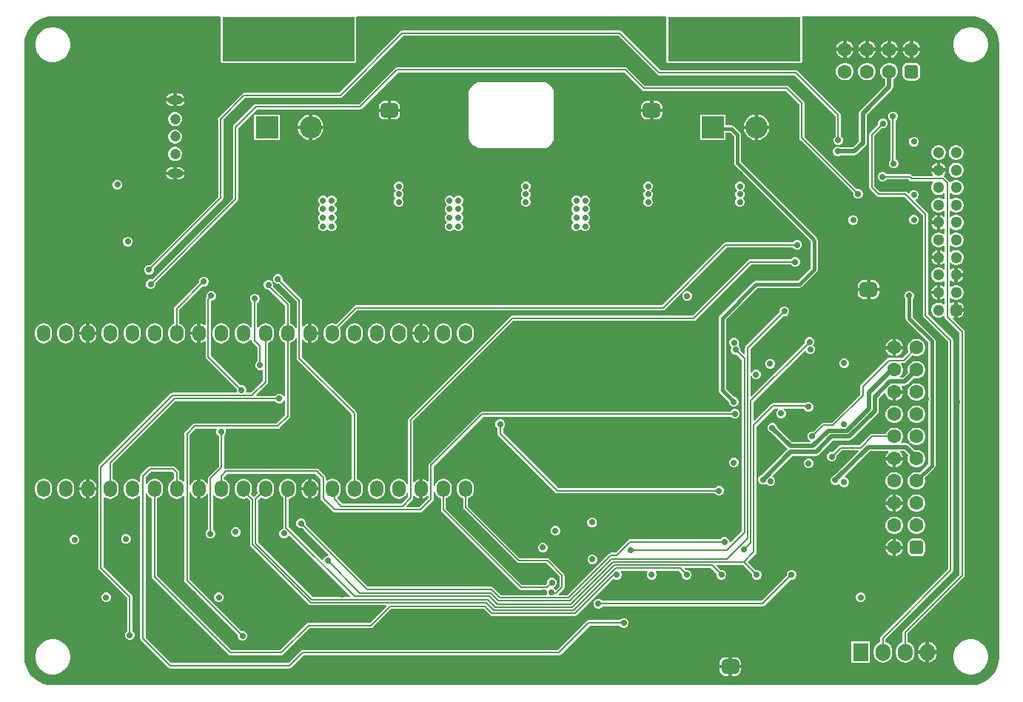
<source format=gbl>
G04*
G04 #@! TF.GenerationSoftware,Altium Limited,Altium Designer,23.3.1 (30)*
G04*
G04 Layer_Physical_Order=4*
G04 Layer_Color=16711680*
%FSLAX44Y44*%
%MOMM*%
G71*
G04*
G04 #@! TF.SameCoordinates,CE036B66-C370-4B77-A0BB-D4AF881507E5*
G04*
G04*
G04 #@! TF.FilePolarity,Positive*
G04*
G01*
G75*
%ADD10C,0.2000*%
%ADD63C,1.3000*%
%ADD70C,0.1790*%
%ADD71C,0.1793*%
%ADD72C,0.4000*%
%ADD73C,0.5000*%
%ADD74C,0.1300*%
%ADD75O,1.7000X2.0000*%
%ADD76R,1.7000X2.0000*%
%ADD77C,1.6000*%
G04:AMPARAMS|DCode=78|XSize=1.6mm|YSize=1.6mm|CornerRadius=0.4mm|HoleSize=0mm|Usage=FLASHONLY|Rotation=180.000|XOffset=0mm|YOffset=0mm|HoleType=Round|Shape=RoundedRectangle|*
%AMROUNDEDRECTD78*
21,1,1.6000,0.8000,0,0,180.0*
21,1,0.8000,1.6000,0,0,180.0*
1,1,0.8000,-0.4000,0.4000*
1,1,0.8000,0.4000,0.4000*
1,1,0.8000,0.4000,-0.4000*
1,1,0.8000,-0.4000,-0.4000*
%
%ADD78ROUNDEDRECTD78*%
G04:AMPARAMS|DCode=79|XSize=1.7mm|YSize=2mm|CornerRadius=0.425mm|HoleSize=0mm|Usage=FLASHONLY|Rotation=90.000|XOffset=0mm|YOffset=0mm|HoleType=Round|Shape=RoundedRectangle|*
%AMROUNDEDRECTD79*
21,1,1.7000,1.1500,0,0,90.0*
21,1,0.8500,2.0000,0,0,90.0*
1,1,0.8500,0.5750,0.4250*
1,1,0.8500,0.5750,-0.4250*
1,1,0.8500,-0.5750,-0.4250*
1,1,0.8500,-0.5750,0.4250*
%
%ADD79ROUNDEDRECTD79*%
G04:AMPARAMS|DCode=80|XSize=1.3mm|YSize=1.3mm|CornerRadius=0.325mm|HoleSize=0mm|Usage=FLASHONLY|Rotation=90.000|XOffset=0mm|YOffset=0mm|HoleType=Round|Shape=RoundedRectangle|*
%AMROUNDEDRECTD80*
21,1,1.3000,0.6500,0,0,90.0*
21,1,0.6500,1.3000,0,0,90.0*
1,1,0.6500,0.3250,0.3250*
1,1,0.6500,0.3250,-0.3250*
1,1,0.6500,-0.3250,-0.3250*
1,1,0.6500,-0.3250,0.3250*
%
%ADD80ROUNDEDRECTD80*%
G04:AMPARAMS|DCode=81|XSize=1.6mm|YSize=1.6mm|CornerRadius=0.4mm|HoleSize=0mm|Usage=FLASHONLY|Rotation=90.000|XOffset=0mm|YOffset=0mm|HoleType=Round|Shape=RoundedRectangle|*
%AMROUNDEDRECTD81*
21,1,1.6000,0.8000,0,0,90.0*
21,1,0.8000,1.6000,0,0,90.0*
1,1,0.8000,0.4000,0.4000*
1,1,0.8000,0.4000,-0.4000*
1,1,0.8000,-0.4000,-0.4000*
1,1,0.8000,-0.4000,0.4000*
%
%ADD81ROUNDEDRECTD81*%
%ADD82C,1.5080*%
%ADD83C,2.5500*%
%ADD84R,2.5500X2.5500*%
%ADD85O,1.8000X1.0000*%
%ADD86C,1.2000*%
%ADD87O,1.5240X1.9050*%
%ADD88C,0.7000*%
%ADD89R,15.1000X5.1000*%
G36*
X35000Y767451D02*
X225878Y767451D01*
X226961Y766181D01*
Y716000D01*
X227116Y715220D01*
X227558Y714558D01*
X228220Y714116D01*
X229000Y713961D01*
X380000D01*
X380780Y714116D01*
X381442Y714558D01*
X381884Y715220D01*
X382039Y716000D01*
Y767000D01*
X382409Y767451D01*
X735878Y767451D01*
X736961Y766181D01*
Y716000D01*
X737116Y715220D01*
X737558Y714558D01*
X738220Y714116D01*
X739000Y713961D01*
X890000D01*
X890780Y714116D01*
X891442Y714558D01*
X891884Y715220D01*
X892039Y716000D01*
Y767000D01*
X892409Y767451D01*
X1083740Y767451D01*
X1085000Y767451D01*
X1086239Y767375D01*
X1089875Y767089D01*
X1090180Y767049D01*
X1095035Y765884D01*
X1099743Y763934D01*
X1103999Y761325D01*
X1104245Y761137D01*
X1107749Y758143D01*
X1108143Y757749D01*
X1111137Y754244D01*
X1111325Y753999D01*
X1113934Y749742D01*
X1115884Y745035D01*
X1117049Y740181D01*
X1117089Y739874D01*
X1117374Y736254D01*
X1117451Y735000D01*
X1117451Y735000D01*
X1117451Y733757D01*
Y36237D01*
X1117451Y35000D01*
X1117451D01*
X1117375Y33758D01*
X1117089Y30126D01*
X1117049Y29819D01*
X1115884Y24965D01*
X1113934Y20257D01*
X1111325Y16001D01*
X1111137Y15755D01*
X1108144Y12251D01*
X1107749Y11856D01*
X1104244Y8863D01*
X1103999Y8675D01*
X1099742Y6066D01*
X1095035Y4116D01*
X1090180Y2951D01*
X1089874Y2910D01*
X1085279Y2549D01*
X1085001D01*
X1085000Y2549D01*
X35000Y2549D01*
X34999Y2549D01*
X34721D01*
X30125Y2911D01*
X29820Y2951D01*
X24965Y4116D01*
X20257Y6066D01*
X16000Y8675D01*
X15756Y8862D01*
X12250Y11857D01*
X11857Y12250D01*
X8862Y15756D01*
X8675Y16001D01*
X6066Y20257D01*
X4116Y24965D01*
X2951Y29820D01*
X2910Y30126D01*
X2624Y33761D01*
X2549Y35000D01*
X2549Y36270D01*
X2549Y735000D01*
X2549Y735000D01*
X2624Y736239D01*
X2910Y739875D01*
X2951Y740180D01*
X4116Y745035D01*
X6066Y749743D01*
X8675Y753999D01*
X8863Y754244D01*
X11857Y757750D01*
X12250Y758143D01*
X15756Y761137D01*
X16001Y761325D01*
X20257Y763934D01*
X24965Y765884D01*
X29819Y767049D01*
X30127Y767089D01*
X34721Y767451D01*
X34999D01*
X35000Y767451D01*
D02*
G37*
%LPC*%
G36*
X993700Y739517D02*
Y731700D01*
X1001517D01*
X1001018Y733560D01*
X999702Y735840D01*
X997840Y737702D01*
X995560Y739018D01*
X993700Y739517D01*
D02*
G37*
G36*
X942900D02*
Y731700D01*
X950717D01*
X950218Y733560D01*
X948902Y735840D01*
X947040Y737702D01*
X944760Y739018D01*
X942900Y739517D01*
D02*
G37*
G36*
X968300D02*
Y731700D01*
X976117D01*
X975618Y733560D01*
X974302Y735840D01*
X972440Y737702D01*
X970160Y739018D01*
X968300Y739517D01*
D02*
G37*
G36*
X1019100D02*
Y731700D01*
X1026917D01*
X1026418Y733560D01*
X1025102Y735840D01*
X1023240Y737702D01*
X1020960Y739018D01*
X1019100Y739517D01*
D02*
G37*
G36*
X989700D02*
X987840Y739018D01*
X985560Y737702D01*
X983698Y735840D01*
X982381Y733560D01*
X981883Y731700D01*
X989700D01*
Y739517D01*
D02*
G37*
G36*
X938900D02*
X937040Y739018D01*
X934760Y737702D01*
X932898Y735840D01*
X931581Y733560D01*
X931083Y731700D01*
X938900D01*
Y739517D01*
D02*
G37*
G36*
X1015100D02*
X1013240Y739018D01*
X1010960Y737702D01*
X1009098Y735840D01*
X1007781Y733560D01*
X1007283Y731700D01*
X1015100D01*
Y739517D01*
D02*
G37*
G36*
X964300D02*
X962440Y739018D01*
X960160Y737702D01*
X958298Y735840D01*
X956981Y733560D01*
X956483Y731700D01*
X964300D01*
Y739517D01*
D02*
G37*
G36*
X1026917Y727700D02*
X1019100D01*
Y719883D01*
X1020960Y720381D01*
X1023240Y721698D01*
X1025102Y723560D01*
X1026418Y725840D01*
X1026917Y727700D01*
D02*
G37*
G36*
X1001517D02*
X993700D01*
Y719883D01*
X995560Y720381D01*
X997840Y721698D01*
X999702Y723560D01*
X1001018Y725840D01*
X1001517Y727700D01*
D02*
G37*
G36*
X976117D02*
X968300D01*
Y719883D01*
X970160Y720381D01*
X972440Y721698D01*
X974302Y723560D01*
X975618Y725840D01*
X976117Y727700D01*
D02*
G37*
G36*
X950717D02*
X942900D01*
Y719883D01*
X944760Y720381D01*
X947040Y721698D01*
X948902Y723560D01*
X950218Y725840D01*
X950717Y727700D01*
D02*
G37*
G36*
X1015100D02*
X1007283D01*
X1007781Y725840D01*
X1009098Y723560D01*
X1010960Y721698D01*
X1013240Y720381D01*
X1015100Y719883D01*
Y727700D01*
D02*
G37*
G36*
X989700D02*
X981883D01*
X982381Y725840D01*
X983698Y723560D01*
X985560Y721698D01*
X987840Y720381D01*
X989700Y719883D01*
Y727700D01*
D02*
G37*
G36*
X964300D02*
X956483D01*
X956981Y725840D01*
X958298Y723560D01*
X960160Y721698D01*
X962440Y720381D01*
X964300Y719883D01*
Y727700D01*
D02*
G37*
G36*
X938900D02*
X931083D01*
X931581Y725840D01*
X932898Y723560D01*
X934760Y721698D01*
X937040Y720381D01*
X938900Y719883D01*
Y727700D01*
D02*
G37*
G36*
X1086970Y755000D02*
X1083030D01*
X1079166Y754231D01*
X1075526Y752724D01*
X1072251Y750535D01*
X1069465Y747749D01*
X1067276Y744473D01*
X1065769Y740834D01*
X1065000Y736970D01*
Y733030D01*
X1065769Y729166D01*
X1067276Y725527D01*
X1069465Y722251D01*
X1072251Y719465D01*
X1075526Y717276D01*
X1079166Y715769D01*
X1083030Y715000D01*
X1086970D01*
X1090834Y715769D01*
X1094473Y717276D01*
X1097749Y719465D01*
X1100535Y722251D01*
X1102724Y725527D01*
X1104231Y729166D01*
X1105000Y733030D01*
Y736970D01*
X1104231Y740834D01*
X1102724Y744473D01*
X1100535Y747749D01*
X1097749Y750535D01*
X1094473Y752724D01*
X1090834Y754231D01*
X1086970Y755000D01*
D02*
G37*
G36*
X36970D02*
X33030D01*
X29166Y754231D01*
X25526Y752724D01*
X22251Y750535D01*
X19465Y747749D01*
X17276Y744473D01*
X15769Y740834D01*
X15000Y736970D01*
Y733030D01*
X15769Y729166D01*
X17276Y725527D01*
X19465Y722251D01*
X22251Y719465D01*
X25526Y717276D01*
X29166Y715769D01*
X33030Y715000D01*
X36970D01*
X40834Y715769D01*
X44474Y717276D01*
X47749Y719465D01*
X50535Y722251D01*
X52724Y725527D01*
X54231Y729166D01*
X55000Y733030D01*
Y736970D01*
X54231Y740834D01*
X52724Y744473D01*
X50535Y747749D01*
X47749Y750535D01*
X44474Y752724D01*
X40834Y754231D01*
X36970Y755000D01*
D02*
G37*
G36*
X967617Y714300D02*
X964983D01*
X962440Y713618D01*
X960160Y712302D01*
X958298Y710440D01*
X956981Y708160D01*
X956300Y705617D01*
Y702983D01*
X956981Y700440D01*
X958298Y698160D01*
X960160Y696298D01*
X962440Y694982D01*
X964983Y694300D01*
X967617D01*
X970160Y694982D01*
X972440Y696298D01*
X974302Y698160D01*
X975618Y700440D01*
X976300Y702983D01*
Y705617D01*
X975618Y708160D01*
X974302Y710440D01*
X972440Y712302D01*
X970160Y713618D01*
X967617Y714300D01*
D02*
G37*
G36*
X942216D02*
X939583D01*
X937040Y713618D01*
X934760Y712302D01*
X932898Y710440D01*
X931581Y708160D01*
X930900Y705617D01*
Y702983D01*
X931581Y700440D01*
X932898Y698160D01*
X934760Y696298D01*
X937040Y694982D01*
X939583Y694300D01*
X942216D01*
X944760Y694982D01*
X947040Y696298D01*
X948902Y698160D01*
X950218Y700440D01*
X950900Y702983D01*
Y705617D01*
X950218Y708160D01*
X948902Y710440D01*
X947040Y712302D01*
X944760Y713618D01*
X942216Y714300D01*
D02*
G37*
G36*
X1021100Y714417D02*
X1013100D01*
X1010759Y713952D01*
X1008774Y712626D01*
X1007448Y710641D01*
X1006982Y708300D01*
Y700300D01*
X1007448Y697959D01*
X1008774Y695974D01*
X1010759Y694648D01*
X1013100Y694183D01*
X1021100D01*
X1023441Y694648D01*
X1025426Y695974D01*
X1026752Y697959D01*
X1027217Y700300D01*
Y708300D01*
X1026752Y710641D01*
X1025426Y712626D01*
X1023441Y713952D01*
X1021100Y714417D01*
D02*
G37*
G36*
X179000Y679060D02*
X177000D01*
Y674000D01*
X185748D01*
X185114Y675530D01*
X183992Y676992D01*
X182530Y678114D01*
X180827Y678820D01*
X179000Y679060D01*
D02*
G37*
G36*
X173000D02*
X171000D01*
X169173Y678820D01*
X167470Y678114D01*
X166008Y676992D01*
X164886Y675530D01*
X164252Y674000D01*
X173000D01*
Y679060D01*
D02*
G37*
G36*
X185748Y670000D02*
X177000D01*
Y664940D01*
X179000D01*
X180827Y665180D01*
X182530Y665885D01*
X183992Y667008D01*
X185114Y668470D01*
X185748Y670000D01*
D02*
G37*
G36*
X173000D02*
X164252D01*
X164886Y668470D01*
X166008Y667008D01*
X167470Y665885D01*
X169173Y665180D01*
X171000Y664940D01*
X173000D01*
Y670000D01*
D02*
G37*
G36*
X425750Y670622D02*
X422000D01*
Y662000D01*
X432122D01*
Y664250D01*
X431637Y666689D01*
X430256Y668756D01*
X428189Y670137D01*
X425750Y670622D01*
D02*
G37*
G36*
X725750D02*
X722000D01*
Y662000D01*
X732122D01*
Y664250D01*
X731637Y666689D01*
X730256Y668756D01*
X728189Y670137D01*
X725750Y670622D01*
D02*
G37*
G36*
X418000D02*
X414250D01*
X411811Y670137D01*
X409744Y668756D01*
X408363Y666689D01*
X407878Y664250D01*
Y662000D01*
X418000D01*
Y670622D01*
D02*
G37*
G36*
X718000D02*
X714250D01*
X711811Y670137D01*
X709744Y668756D01*
X708363Y666689D01*
X707878Y664250D01*
Y662000D01*
X718000D01*
Y670622D01*
D02*
G37*
G36*
X732122Y658000D02*
X722000D01*
Y649378D01*
X725750D01*
X728189Y649863D01*
X730256Y651244D01*
X731637Y653311D01*
X732122Y655750D01*
Y658000D01*
D02*
G37*
G36*
X718000D02*
X707878D01*
Y655750D01*
X708363Y653311D01*
X709744Y651244D01*
X711811Y649863D01*
X714250Y649378D01*
X718000D01*
Y658000D01*
D02*
G37*
G36*
X432122D02*
X422000D01*
Y649378D01*
X425750D01*
X428189Y649863D01*
X430256Y651244D01*
X431637Y653311D01*
X432122Y655750D01*
Y658000D01*
D02*
G37*
G36*
X418000D02*
X407878D01*
Y655750D01*
X408363Y653311D01*
X409744Y651244D01*
X411811Y649863D01*
X414250Y649378D01*
X418000D01*
Y658000D01*
D02*
G37*
G36*
X842000Y655141D02*
Y642500D01*
X854641D01*
X854183Y644802D01*
X853071Y647487D01*
X851457Y649903D01*
X849403Y651957D01*
X846987Y653571D01*
X844302Y654683D01*
X842000Y655141D01*
D02*
G37*
G36*
X838000D02*
X835698Y654683D01*
X833013Y653571D01*
X830597Y651957D01*
X828543Y649903D01*
X826929Y647487D01*
X825817Y644802D01*
X825359Y642500D01*
X838000D01*
Y655141D01*
D02*
G37*
G36*
X332000D02*
Y642500D01*
X344641D01*
X344183Y644802D01*
X343071Y647487D01*
X341457Y649903D01*
X339403Y651957D01*
X336987Y653571D01*
X334302Y654683D01*
X332000Y655141D01*
D02*
G37*
G36*
X328000D02*
X325698Y654683D01*
X323013Y653571D01*
X320597Y651957D01*
X318543Y649903D01*
X316929Y647487D01*
X315817Y644802D01*
X315359Y642500D01*
X328000D01*
Y655141D01*
D02*
G37*
G36*
X176053Y658000D02*
X173947D01*
X171912Y657455D01*
X170088Y656402D01*
X168598Y654912D01*
X167545Y653088D01*
X167000Y651053D01*
Y648947D01*
X167545Y646912D01*
X168598Y645088D01*
X170088Y643598D01*
X171912Y642545D01*
X173947Y642000D01*
X176053D01*
X178088Y642545D01*
X179912Y643598D01*
X181402Y645088D01*
X182455Y646912D01*
X183000Y648947D01*
Y651053D01*
X182455Y653088D01*
X181402Y654912D01*
X179912Y656402D01*
X178088Y657455D01*
X176053Y658000D01*
D02*
G37*
G36*
X985750Y650500D02*
X983562D01*
X981540Y649663D01*
X979993Y648115D01*
X979156Y646094D01*
Y643906D01*
X979223Y643742D01*
X969913Y634431D01*
X969273Y633474D01*
X969048Y632344D01*
Y572000D01*
X969273Y570870D01*
X969913Y569913D01*
X977913Y561913D01*
X978870Y561273D01*
X980000Y561048D01*
X1009277D01*
X1030298Y540027D01*
Y425750D01*
X1030523Y424621D01*
X1031163Y423663D01*
X1059048Y395777D01*
Y135223D01*
X982513Y58687D01*
X981873Y57730D01*
X981648Y56600D01*
Y52143D01*
X979305Y51172D01*
X977111Y49489D01*
X975428Y47295D01*
X974370Y44741D01*
X974009Y42000D01*
Y39000D01*
X974370Y36259D01*
X975428Y33705D01*
X977111Y31511D01*
X979305Y29828D01*
X981859Y28770D01*
X984600Y28409D01*
X987341Y28770D01*
X989895Y29828D01*
X992089Y31511D01*
X993772Y33705D01*
X994830Y36259D01*
X995191Y39000D01*
Y42000D01*
X994830Y44741D01*
X993772Y47295D01*
X992089Y49489D01*
X989895Y51172D01*
X987552Y52143D01*
Y55377D01*
X1064087Y131913D01*
X1064727Y132870D01*
X1064952Y134000D01*
Y397000D01*
X1064727Y398130D01*
X1064087Y399087D01*
X1036202Y426973D01*
Y541250D01*
X1035977Y542380D01*
X1035337Y543337D01*
X1021946Y556728D01*
X1022244Y558226D01*
X1023115Y558587D01*
X1024663Y560135D01*
X1025500Y562156D01*
Y564344D01*
X1024663Y566366D01*
X1023115Y567913D01*
X1021094Y568750D01*
X1018906D01*
X1016885Y567913D01*
X1015337Y566366D01*
X1014976Y565494D01*
X1013478Y565196D01*
X1012587Y566087D01*
X1011630Y566727D01*
X1010500Y566952D01*
X981223D01*
X974952Y573223D01*
Y631122D01*
X983398Y639568D01*
X983562Y639500D01*
X985750D01*
X987771Y640337D01*
X989318Y641885D01*
X990156Y643906D01*
Y646094D01*
X989318Y648115D01*
X987771Y649663D01*
X985750Y650500D01*
D02*
G37*
G36*
X854641Y638500D02*
X842000D01*
Y625859D01*
X844302Y626317D01*
X846987Y627429D01*
X849403Y629043D01*
X851457Y631097D01*
X853071Y633513D01*
X854183Y636198D01*
X854641Y638500D01*
D02*
G37*
G36*
X838000D02*
X825359D01*
X825817Y636198D01*
X826929Y633513D01*
X828543Y631097D01*
X830597Y629043D01*
X833013Y627429D01*
X835698Y626317D01*
X838000Y625859D01*
Y638500D01*
D02*
G37*
G36*
X344641D02*
X332000D01*
Y625859D01*
X334302Y626317D01*
X336987Y627429D01*
X339403Y629043D01*
X341457Y631097D01*
X343071Y633513D01*
X344183Y636198D01*
X344641Y638500D01*
D02*
G37*
G36*
X328000D02*
X315359D01*
X315817Y636198D01*
X316929Y633513D01*
X318543Y631097D01*
X320597Y629043D01*
X323013Y627429D01*
X325698Y626317D01*
X328000Y625859D01*
Y638500D01*
D02*
G37*
G36*
X294750Y655250D02*
X265250D01*
Y625750D01*
X294750D01*
Y655250D01*
D02*
G37*
G36*
X176053Y638000D02*
X173947D01*
X171912Y637455D01*
X170088Y636402D01*
X168598Y634912D01*
X167545Y633088D01*
X167000Y631053D01*
Y628947D01*
X167545Y626912D01*
X168598Y625088D01*
X170088Y623598D01*
X171912Y622545D01*
X173947Y622000D01*
X176053D01*
X178088Y622545D01*
X179912Y623598D01*
X181402Y625088D01*
X182455Y626912D01*
X183000Y628947D01*
Y631053D01*
X182455Y633088D01*
X181402Y634912D01*
X179912Y636402D01*
X178088Y637455D01*
X176053Y638000D01*
D02*
G37*
G36*
X683500Y750952D02*
X434750D01*
X433620Y750727D01*
X432663Y750087D01*
X362527Y679952D01*
X254741D01*
Y679987D01*
X252913Y679623D01*
X251379Y678598D01*
X251395Y678582D01*
X251393Y678568D01*
X225433Y652608D01*
X225422Y652606D01*
X225404Y652624D01*
X224377Y651087D01*
X224013Y649258D01*
X224048D01*
Y560837D01*
X146153Y482943D01*
X145990Y483010D01*
X143802D01*
X141780Y482173D01*
X140233Y480626D01*
X139396Y478604D01*
Y476416D01*
X140233Y474395D01*
X141780Y472848D01*
X143802Y472010D01*
X145990D01*
X148011Y472848D01*
X149558Y474395D01*
X150396Y476416D01*
Y478604D01*
X150328Y478768D01*
X227665Y556105D01*
X228588Y556979D01*
X228588Y556979D01*
X229623Y558528D01*
X229987Y560356D01*
X229952D01*
X229952Y560356D01*
Y648777D01*
X255223Y674048D01*
X363750D01*
X364880Y674273D01*
X365837Y674913D01*
X435973Y745048D01*
X682277D01*
X726413Y700913D01*
X727371Y700273D01*
X728500Y700048D01*
X884027D01*
X930548Y653527D01*
Y630480D01*
X930385Y630413D01*
X928837Y628866D01*
X928000Y626844D01*
Y624656D01*
X928837Y622635D01*
X930385Y621087D01*
X932406Y620250D01*
X934594D01*
X936616Y621087D01*
X938163Y622635D01*
X939000Y624656D01*
Y626844D01*
X938163Y628866D01*
X936616Y630413D01*
X936452Y630480D01*
Y654750D01*
X936227Y655880D01*
X935587Y656837D01*
X935587Y656837D01*
X887337Y705087D01*
X886380Y705727D01*
X885250Y705952D01*
X729723D01*
X685587Y750087D01*
X684630Y750727D01*
X683500Y750952D01*
D02*
G37*
G36*
X1021344Y629750D02*
X1019156D01*
X1017134Y628913D01*
X1015587Y627365D01*
X1014750Y625344D01*
Y623156D01*
X1015587Y621134D01*
X1017134Y619587D01*
X1019156Y618750D01*
X1021344D01*
X1023365Y619587D01*
X1024913Y621134D01*
X1025750Y623156D01*
Y625344D01*
X1024913Y627365D01*
X1023365Y628913D01*
X1021344Y629750D01*
D02*
G37*
G36*
X993017Y714300D02*
X990383D01*
X987840Y713618D01*
X985560Y712302D01*
X983698Y710440D01*
X982381Y708160D01*
X981700Y705617D01*
Y702983D01*
X982381Y700440D01*
X983698Y698160D01*
X985560Y696298D01*
X987112Y695402D01*
Y688556D01*
X958456Y659900D01*
X957461Y658411D01*
X957112Y656655D01*
Y624600D01*
X950099Y617588D01*
X936190D01*
X936115Y617663D01*
X934094Y618500D01*
X931906D01*
X929884Y617663D01*
X928337Y616115D01*
X927500Y614094D01*
Y611906D01*
X928337Y609884D01*
X929884Y608337D01*
X931906Y607500D01*
X934094D01*
X936115Y608337D01*
X936190Y608412D01*
X952000D01*
X953756Y608761D01*
X955244Y609756D01*
X964944Y619456D01*
X965939Y620944D01*
X966288Y622700D01*
Y654755D01*
X994944Y683411D01*
X995939Y684900D01*
X996288Y686655D01*
Y695402D01*
X997840Y696298D01*
X999702Y698160D01*
X1001018Y700440D01*
X1001700Y702983D01*
Y705617D01*
X1001018Y708160D01*
X999702Y710440D01*
X997840Y712302D01*
X995560Y713618D01*
X993017Y714300D01*
D02*
G37*
G36*
X594250Y692340D02*
X594250Y692340D01*
X525250Y692340D01*
X523772D01*
X520874Y691764D01*
X518145Y690633D01*
X515688Y688991D01*
X513599Y686902D01*
X511957Y684445D01*
X510826Y681716D01*
X510250Y678818D01*
X510250Y677340D01*
Y632340D01*
Y630764D01*
X510865Y627673D01*
X512071Y624762D01*
X513822Y622141D01*
X516050Y619912D01*
X518671Y618161D01*
X521583Y616955D01*
X524674Y616340D01*
X526250Y616340D01*
X526250Y616340D01*
X595629D01*
X598333Y616878D01*
X600881Y617934D01*
X603174Y619466D01*
X605124Y621416D01*
X606656Y623709D01*
X607712Y626257D01*
X608250Y628961D01*
Y630340D01*
X608250Y630340D01*
X608250Y678340D01*
X608250Y679719D01*
X607712Y682424D01*
X606656Y684972D01*
X605124Y687265D01*
X603174Y689215D01*
X600881Y690747D01*
X598333Y691802D01*
X595629Y692340D01*
X594250Y692340D01*
X594250Y692340D01*
D02*
G37*
G36*
X1069319Y620150D02*
X1067081D01*
X1064919Y619571D01*
X1062981Y618452D01*
X1061398Y616869D01*
X1060279Y614931D01*
X1059700Y612769D01*
Y610531D01*
X1060279Y608369D01*
X1061398Y606431D01*
X1062981Y604848D01*
X1064919Y603729D01*
X1067081Y603150D01*
X1069319D01*
X1071481Y603729D01*
X1073419Y604848D01*
X1075002Y606431D01*
X1076121Y608369D01*
X1076700Y610531D01*
Y612769D01*
X1076121Y614931D01*
X1075002Y616869D01*
X1073419Y618452D01*
X1071481Y619571D01*
X1069319Y620150D01*
D02*
G37*
G36*
X1049319D02*
X1047081D01*
X1044919Y619571D01*
X1042981Y618452D01*
X1041398Y616869D01*
X1040279Y614931D01*
X1039700Y612769D01*
Y610531D01*
X1040279Y608369D01*
X1041398Y606431D01*
X1042981Y604848D01*
X1044919Y603729D01*
X1047081Y603150D01*
X1049319D01*
X1051481Y603729D01*
X1053419Y604848D01*
X1055002Y606431D01*
X1056121Y608369D01*
X1056700Y610531D01*
Y612769D01*
X1056121Y614931D01*
X1055002Y616869D01*
X1053419Y618452D01*
X1051481Y619571D01*
X1049319Y620150D01*
D02*
G37*
G36*
X176053Y618000D02*
X173947D01*
X171912Y617455D01*
X170088Y616402D01*
X168598Y614912D01*
X167545Y613088D01*
X167000Y611053D01*
Y608947D01*
X167545Y606912D01*
X168598Y605088D01*
X170088Y603598D01*
X171912Y602545D01*
X173947Y602000D01*
X176053D01*
X178088Y602545D01*
X179912Y603598D01*
X181402Y605088D01*
X182455Y606912D01*
X183000Y608947D01*
Y611053D01*
X182455Y613088D01*
X181402Y614912D01*
X179912Y616402D01*
X178088Y617455D01*
X176053Y618000D01*
D02*
G37*
G36*
X1050200Y599914D02*
Y593650D01*
X1056464D01*
X1056121Y594931D01*
X1055002Y596869D01*
X1053419Y598452D01*
X1051481Y599571D01*
X1050200Y599914D01*
D02*
G37*
G36*
X1046200Y599914D02*
X1044919Y599571D01*
X1042981Y598452D01*
X1041398Y596869D01*
X1040279Y594931D01*
X1039936Y593650D01*
X1046200D01*
Y599914D01*
D02*
G37*
G36*
X997094Y658500D02*
X994906D01*
X992885Y657663D01*
X991337Y656115D01*
X990500Y654094D01*
Y651906D01*
X991337Y649884D01*
X992885Y648337D01*
X993048Y648270D01*
Y602826D01*
X992337Y602116D01*
X991500Y600094D01*
Y597906D01*
X992337Y595885D01*
X993885Y594337D01*
X995906Y593500D01*
X998094D01*
X1000116Y594337D01*
X1001663Y595885D01*
X1002500Y597906D01*
Y600094D01*
X1001663Y602116D01*
X1000116Y603663D01*
X998952Y604145D01*
Y648270D01*
X999116Y648337D01*
X1000663Y649884D01*
X1001500Y651906D01*
Y654094D01*
X1000663Y656115D01*
X999116Y657663D01*
X997094Y658500D01*
D02*
G37*
G36*
X179000Y595060D02*
X177000D01*
Y590000D01*
X185748D01*
X185114Y591530D01*
X183992Y592992D01*
X182530Y594114D01*
X180827Y594820D01*
X179000Y595060D01*
D02*
G37*
G36*
X173000D02*
X171000D01*
X169173Y594820D01*
X167470Y594114D01*
X166008Y592992D01*
X164886Y591530D01*
X164252Y590000D01*
X173000D01*
Y595060D01*
D02*
G37*
G36*
X1056464Y589650D02*
X1048200D01*
X1039936D01*
X1040279Y588369D01*
X1041398Y586431D01*
X1041875Y585954D01*
X1041349Y584684D01*
X1018642D01*
X1017163Y586163D01*
X1016171Y586826D01*
X1015000Y587059D01*
X1015000Y587059D01*
X988686D01*
X988663Y587116D01*
X987115Y588663D01*
X985094Y589500D01*
X982906D01*
X980884Y588663D01*
X979337Y587116D01*
X978500Y585094D01*
Y582906D01*
X979337Y580885D01*
X980884Y579337D01*
X982906Y578500D01*
X985094D01*
X987115Y579337D01*
X988663Y580885D01*
X988686Y580941D01*
X1013733D01*
X1015212Y579462D01*
X1015212Y579462D01*
X1016205Y578799D01*
X1017375Y578566D01*
X1017375Y578566D01*
X1041299D01*
X1041825Y577296D01*
X1041398Y576869D01*
X1040279Y574931D01*
X1039700Y572769D01*
Y570531D01*
X1040279Y568369D01*
X1041398Y566431D01*
X1042981Y564848D01*
X1044919Y563729D01*
X1047081Y563150D01*
X1049319D01*
X1051481Y563729D01*
X1053419Y564848D01*
X1053768Y565197D01*
X1054941Y564711D01*
Y558589D01*
X1053768Y558103D01*
X1053419Y558452D01*
X1051481Y559571D01*
X1049319Y560150D01*
X1047081D01*
X1044919Y559571D01*
X1042981Y558452D01*
X1041398Y556869D01*
X1040279Y554931D01*
X1039700Y552769D01*
Y550531D01*
X1040279Y548369D01*
X1041398Y546431D01*
X1042981Y544848D01*
X1044919Y543729D01*
X1047081Y543150D01*
X1049319D01*
X1051481Y543729D01*
X1053419Y544848D01*
X1053768Y545197D01*
X1054941Y544711D01*
Y538589D01*
X1053768Y538103D01*
X1053419Y538452D01*
X1051481Y539571D01*
X1050200Y539914D01*
Y531650D01*
Y523386D01*
X1051481Y523729D01*
X1053419Y524848D01*
X1053768Y525197D01*
X1054941Y524711D01*
Y518726D01*
X1053671Y518200D01*
X1053419Y518452D01*
X1051481Y519571D01*
X1049319Y520150D01*
X1047081D01*
X1044919Y519571D01*
X1042981Y518452D01*
X1041398Y516869D01*
X1040279Y514931D01*
X1039700Y512769D01*
Y510531D01*
X1040279Y508369D01*
X1041398Y506431D01*
X1042981Y504848D01*
X1044919Y503729D01*
X1047081Y503150D01*
X1049319D01*
X1051481Y503729D01*
X1053419Y504848D01*
X1053778Y505208D01*
X1055048Y504682D01*
Y498619D01*
X1053778Y498092D01*
X1053419Y498452D01*
X1051481Y499571D01*
X1050200Y499914D01*
Y491650D01*
Y483386D01*
X1051481Y483729D01*
X1053419Y484848D01*
X1053778Y485208D01*
X1055048Y484682D01*
Y478619D01*
X1053778Y478092D01*
X1053419Y478452D01*
X1051481Y479571D01*
X1049319Y480150D01*
X1047081D01*
X1044919Y479571D01*
X1042981Y478452D01*
X1041398Y476869D01*
X1040279Y474931D01*
X1039700Y472769D01*
Y470531D01*
X1040279Y468369D01*
X1041398Y466431D01*
X1042981Y464848D01*
X1044919Y463729D01*
X1047081Y463150D01*
X1049319D01*
X1051481Y463729D01*
X1053419Y464848D01*
X1053778Y465208D01*
X1055048Y464682D01*
Y458619D01*
X1053778Y458092D01*
X1053419Y458452D01*
X1051481Y459571D01*
X1050200Y459914D01*
Y451650D01*
Y443386D01*
X1051481Y443729D01*
X1053419Y444848D01*
X1053778Y445208D01*
X1055048Y444682D01*
Y438619D01*
X1053778Y438092D01*
X1053419Y438452D01*
X1051481Y439571D01*
X1049319Y440150D01*
X1047081D01*
X1044919Y439571D01*
X1042981Y438452D01*
X1041398Y436869D01*
X1040279Y434931D01*
X1039700Y432769D01*
Y430531D01*
X1040279Y428369D01*
X1041398Y426431D01*
X1042981Y424848D01*
X1044919Y423729D01*
X1047081Y423150D01*
X1049319D01*
X1051481Y423729D01*
X1053419Y424848D01*
X1053778Y425208D01*
X1055048Y424682D01*
Y424000D01*
X1055273Y422870D01*
X1055913Y421913D01*
X1072153Y405672D01*
Y129328D01*
X1007913Y65087D01*
X1007273Y64130D01*
X1007048Y63000D01*
Y52143D01*
X1004705Y51172D01*
X1002511Y49489D01*
X1000828Y47295D01*
X999770Y44741D01*
X999409Y42000D01*
Y39000D01*
X999770Y36259D01*
X1000828Y33705D01*
X1002511Y31511D01*
X1004705Y29828D01*
X1007259Y28770D01*
X1010000Y28409D01*
X1012741Y28770D01*
X1015295Y29828D01*
X1017489Y31511D01*
X1019172Y33705D01*
X1020230Y36259D01*
X1020591Y39000D01*
Y42000D01*
X1020230Y44741D01*
X1019172Y47295D01*
X1017489Y49489D01*
X1015295Y51172D01*
X1012952Y52143D01*
Y61777D01*
X1077192Y126018D01*
X1077832Y126975D01*
X1078057Y128105D01*
Y406895D01*
X1077832Y408025D01*
X1077192Y408982D01*
X1064291Y421883D01*
X1064917Y423054D01*
X1064950Y423047D01*
X1066200D01*
Y431650D01*
Y440253D01*
X1064950D01*
X1062902Y439845D01*
X1062222Y439391D01*
X1060952Y440070D01*
Y445081D01*
X1062222Y445607D01*
X1062981Y444848D01*
X1064919Y443729D01*
X1067081Y443150D01*
X1069319D01*
X1071481Y443729D01*
X1073419Y444848D01*
X1075002Y446431D01*
X1076121Y448369D01*
X1076700Y450531D01*
Y452769D01*
X1076121Y454931D01*
X1075002Y456869D01*
X1073419Y458452D01*
X1071481Y459571D01*
X1069319Y460150D01*
X1067081D01*
X1064919Y459571D01*
X1062981Y458452D01*
X1062222Y457693D01*
X1060952Y458219D01*
Y465081D01*
X1062222Y465607D01*
X1062981Y464848D01*
X1064919Y463729D01*
X1066200Y463386D01*
Y471650D01*
Y479914D01*
X1064919Y479571D01*
X1062981Y478452D01*
X1062222Y477693D01*
X1060952Y478219D01*
Y485081D01*
X1062222Y485607D01*
X1062981Y484848D01*
X1064919Y483729D01*
X1067081Y483150D01*
X1069319D01*
X1071481Y483729D01*
X1073419Y484848D01*
X1075002Y486431D01*
X1076121Y488369D01*
X1076700Y490531D01*
Y492769D01*
X1076121Y494931D01*
X1075002Y496869D01*
X1073419Y498452D01*
X1071481Y499571D01*
X1069319Y500150D01*
X1067081D01*
X1064919Y499571D01*
X1062981Y498452D01*
X1062222Y497693D01*
X1060952Y498219D01*
Y505081D01*
X1062222Y505607D01*
X1062981Y504848D01*
X1064919Y503729D01*
X1067081Y503150D01*
X1069319D01*
X1071481Y503729D01*
X1073419Y504848D01*
X1075002Y506431D01*
X1076121Y508369D01*
X1076700Y510531D01*
Y512769D01*
X1076121Y514931D01*
X1075002Y516869D01*
X1073419Y518452D01*
X1071481Y519571D01*
X1069319Y520150D01*
X1067081D01*
X1064919Y519571D01*
X1062981Y518452D01*
X1062300Y517771D01*
X1061858Y517853D01*
X1061059Y518326D01*
Y524974D01*
X1062329Y525500D01*
X1062981Y524848D01*
X1064919Y523729D01*
X1067081Y523150D01*
X1069319D01*
X1071481Y523729D01*
X1073419Y524848D01*
X1075002Y526431D01*
X1076121Y528369D01*
X1076700Y530531D01*
Y532769D01*
X1076121Y534931D01*
X1075002Y536869D01*
X1073419Y538452D01*
X1071481Y539571D01*
X1069319Y540150D01*
X1067081D01*
X1064919Y539571D01*
X1062981Y538452D01*
X1062329Y537800D01*
X1061059Y538326D01*
Y544974D01*
X1062329Y545500D01*
X1062981Y544848D01*
X1064919Y543729D01*
X1067081Y543150D01*
X1069319D01*
X1071481Y543729D01*
X1073419Y544848D01*
X1075002Y546431D01*
X1076121Y548369D01*
X1076700Y550531D01*
Y552769D01*
X1076121Y554931D01*
X1075002Y556869D01*
X1073419Y558452D01*
X1071481Y559571D01*
X1069319Y560150D01*
X1067081D01*
X1064919Y559571D01*
X1062981Y558452D01*
X1062329Y557800D01*
X1061059Y558326D01*
Y564974D01*
X1062329Y565500D01*
X1062981Y564848D01*
X1064919Y563729D01*
X1067081Y563150D01*
X1069319D01*
X1071481Y563729D01*
X1073419Y564848D01*
X1075002Y566431D01*
X1076121Y568369D01*
X1076700Y570531D01*
Y572769D01*
X1076121Y574931D01*
X1075002Y576869D01*
X1073419Y578452D01*
X1071481Y579571D01*
X1069319Y580150D01*
X1067081D01*
X1064919Y579571D01*
X1062981Y578452D01*
X1062149Y577620D01*
X1061612Y577678D01*
X1060694Y577960D01*
X1060163Y578755D01*
X1060163Y578755D01*
X1055129Y583788D01*
X1054545Y584178D01*
X1054253Y585428D01*
X1054287Y585716D01*
X1055002Y586431D01*
X1056121Y588369D01*
X1056464Y589650D01*
D02*
G37*
G36*
X1069319Y600150D02*
X1067081D01*
X1064919Y599571D01*
X1062981Y598452D01*
X1061398Y596869D01*
X1060279Y594931D01*
X1059700Y592769D01*
Y590531D01*
X1060279Y588369D01*
X1061398Y586431D01*
X1062981Y584848D01*
X1064919Y583729D01*
X1067081Y583150D01*
X1069319D01*
X1071481Y583729D01*
X1073419Y584848D01*
X1075002Y586431D01*
X1076121Y588369D01*
X1076700Y590531D01*
Y592769D01*
X1076121Y594931D01*
X1075002Y596869D01*
X1073419Y598452D01*
X1071481Y599571D01*
X1069319Y600150D01*
D02*
G37*
G36*
X185748Y586000D02*
X177000D01*
Y580940D01*
X179000D01*
X180827Y581180D01*
X182530Y581885D01*
X183992Y583008D01*
X185114Y584470D01*
X185748Y586000D01*
D02*
G37*
G36*
X173000D02*
X164252D01*
X164886Y584470D01*
X166008Y583008D01*
X167470Y581885D01*
X169173Y581180D01*
X171000Y580940D01*
X173000D01*
Y586000D01*
D02*
G37*
G36*
X110094Y580500D02*
X107906D01*
X105885Y579663D01*
X104337Y578116D01*
X103500Y576094D01*
Y573906D01*
X104337Y571884D01*
X105885Y570337D01*
X107906Y569500D01*
X110094D01*
X112115Y570337D01*
X113663Y571884D01*
X114500Y573906D01*
Y576094D01*
X113663Y578116D01*
X112115Y579663D01*
X110094Y580500D01*
D02*
G37*
G36*
X500094Y562500D02*
X497906D01*
X495885Y561663D01*
X494830Y560608D01*
X494000Y560258D01*
X493170Y560608D01*
X492116Y561663D01*
X490094Y562500D01*
X487906D01*
X485885Y561663D01*
X484337Y560116D01*
X483500Y558094D01*
Y555906D01*
X484337Y553885D01*
X485392Y552830D01*
X485742Y552000D01*
X485392Y551170D01*
X484337Y550116D01*
X483500Y548094D01*
Y545906D01*
X484337Y543885D01*
X485392Y542830D01*
X485742Y542000D01*
X485392Y541170D01*
X484337Y540116D01*
X483500Y538094D01*
Y535906D01*
X484337Y533885D01*
X485392Y532830D01*
X485742Y532000D01*
X485392Y531170D01*
X484337Y530116D01*
X483500Y528094D01*
Y525906D01*
X484337Y523885D01*
X485885Y522337D01*
X487906Y521500D01*
X490094D01*
X492116Y522337D01*
X493170Y523392D01*
X494000Y523742D01*
X494830Y523392D01*
X495885Y522337D01*
X497906Y521500D01*
X500094D01*
X502116Y522337D01*
X503663Y523885D01*
X504500Y525906D01*
Y528094D01*
X503663Y530116D01*
X502608Y531170D01*
X502258Y532000D01*
X502608Y532830D01*
X503663Y533885D01*
X504500Y535906D01*
Y538094D01*
X503663Y540116D01*
X502608Y541170D01*
X502258Y542000D01*
X502608Y542830D01*
X503663Y543885D01*
X504500Y545906D01*
Y548094D01*
X503663Y550116D01*
X502608Y551170D01*
X502258Y552000D01*
X502608Y552830D01*
X503663Y553885D01*
X504500Y555906D01*
Y558094D01*
X503663Y560116D01*
X502116Y561663D01*
X500094Y562500D01*
D02*
G37*
G36*
X355094D02*
X352906D01*
X350885Y561663D01*
X349830Y560608D01*
X349000Y560258D01*
X348170Y560608D01*
X347116Y561663D01*
X345094Y562500D01*
X342906D01*
X340885Y561663D01*
X339337Y560116D01*
X338500Y558094D01*
Y555906D01*
X339337Y553885D01*
X340392Y552830D01*
X340742Y552000D01*
X340392Y551170D01*
X339337Y550116D01*
X338500Y548094D01*
Y545906D01*
X339337Y543885D01*
X340392Y542830D01*
X340742Y542000D01*
X340392Y541170D01*
X339337Y540116D01*
X338500Y538094D01*
Y535906D01*
X339337Y533885D01*
X340392Y532830D01*
X340742Y532000D01*
X340392Y531170D01*
X339337Y530116D01*
X338500Y528094D01*
Y525906D01*
X339337Y523885D01*
X340885Y522337D01*
X342906Y521500D01*
X345094D01*
X347116Y522337D01*
X348170Y523392D01*
X349000Y523742D01*
X349830Y523392D01*
X350885Y522337D01*
X352906Y521500D01*
X355094D01*
X357116Y522337D01*
X358663Y523885D01*
X359500Y525906D01*
Y528094D01*
X358663Y530116D01*
X357608Y531170D01*
X357258Y532000D01*
X357608Y532830D01*
X358663Y533885D01*
X359500Y535906D01*
Y538094D01*
X358663Y540116D01*
X357608Y541170D01*
X357258Y542000D01*
X357608Y542830D01*
X358663Y543885D01*
X359500Y545906D01*
Y548094D01*
X358663Y550116D01*
X357608Y551170D01*
X357258Y552000D01*
X357608Y552830D01*
X358663Y553885D01*
X359500Y555906D01*
Y558094D01*
X358663Y560116D01*
X357116Y561663D01*
X355094Y562500D01*
D02*
G37*
G36*
X645094Y562500D02*
X642906D01*
X640884Y561663D01*
X639830Y560608D01*
X639000Y560258D01*
X638170Y560608D01*
X637116Y561663D01*
X635094Y562500D01*
X632906D01*
X630885Y561663D01*
X629337Y560116D01*
X628500Y558094D01*
Y555906D01*
X629337Y553885D01*
X630392Y552830D01*
X630742Y552000D01*
X630392Y551170D01*
X629337Y550116D01*
X628500Y548094D01*
Y545906D01*
X629337Y543885D01*
X630392Y542830D01*
X630742Y542000D01*
X630392Y541170D01*
X629337Y540116D01*
X628500Y538094D01*
Y535906D01*
X629337Y533885D01*
X630392Y532830D01*
X630742Y532000D01*
X630392Y531170D01*
X629337Y530116D01*
X628500Y528094D01*
Y525906D01*
X629337Y523885D01*
X630885Y522337D01*
X632906Y521500D01*
X635094D01*
X637116Y522337D01*
X638170Y523392D01*
X639000Y523742D01*
X639830Y523392D01*
X640884Y522337D01*
X642906Y521500D01*
X645094D01*
X647115Y522337D01*
X648663Y523885D01*
X649500Y525906D01*
Y528094D01*
X648663Y530116D01*
X647608Y531170D01*
X647258Y532000D01*
X647608Y532830D01*
X648663Y533885D01*
X649500Y535906D01*
Y538094D01*
X648663Y540116D01*
X647608Y541170D01*
X647258Y542000D01*
X647608Y542830D01*
X648663Y543885D01*
X649500Y545906D01*
Y548094D01*
X648663Y550116D01*
X647608Y551170D01*
X647258Y552000D01*
X647608Y552830D01*
X648663Y553885D01*
X649500Y555906D01*
Y558094D01*
X648663Y560116D01*
X647115Y561663D01*
X645094Y562500D01*
D02*
G37*
G36*
X690000Y709202D02*
X428750D01*
X427620Y708977D01*
X426663Y708337D01*
X385277Y666952D01*
X267741D01*
Y666987D01*
X265913Y666623D01*
X264379Y665598D01*
X264395Y665582D01*
X264393Y665568D01*
X242432Y643607D01*
X242418Y643605D01*
X242402Y643621D01*
X241377Y642086D01*
X241013Y640259D01*
X241048D01*
Y559223D01*
X148258Y466432D01*
X148094Y466500D01*
X145906D01*
X143884Y465663D01*
X142337Y464115D01*
X141500Y462094D01*
Y459906D01*
X142337Y457884D01*
X143884Y456337D01*
X145906Y455500D01*
X148094D01*
X150115Y456337D01*
X151663Y457884D01*
X152500Y459906D01*
Y462094D01*
X152432Y462258D01*
X246087Y555913D01*
X246727Y556870D01*
X246952Y558000D01*
Y639777D01*
X268223Y661048D01*
X386500D01*
X387630Y661273D01*
X388587Y661913D01*
X429973Y703298D01*
X688777D01*
X709163Y682913D01*
X710120Y682273D01*
X711250Y682048D01*
X873777D01*
X889048Y666777D01*
Y628250D01*
X889273Y627120D01*
X889913Y626163D01*
X950568Y565508D01*
X950500Y565344D01*
Y563156D01*
X951337Y561134D01*
X952885Y559587D01*
X954906Y558750D01*
X957094D01*
X959116Y559587D01*
X960663Y561134D01*
X961500Y563156D01*
Y565344D01*
X960663Y567365D01*
X959116Y568913D01*
X957094Y569750D01*
X954906D01*
X954742Y569682D01*
X894952Y629473D01*
Y668000D01*
X894727Y669130D01*
X894087Y670087D01*
X877087Y687087D01*
X876130Y687727D01*
X875000Y687952D01*
X712473D01*
X692087Y708337D01*
X691130Y708977D01*
X690000Y709202D01*
D02*
G37*
G36*
X717094Y578500D02*
X714906D01*
X712885Y577663D01*
X711337Y576115D01*
X710500Y574094D01*
Y571906D01*
X711337Y569884D01*
X712722Y568500D01*
X711337Y567116D01*
X710500Y565094D01*
Y562906D01*
X711337Y560885D01*
X712722Y559500D01*
X711337Y558116D01*
X710500Y556094D01*
Y553906D01*
X711337Y551884D01*
X712885Y550337D01*
X714906Y549500D01*
X717094D01*
X719116Y550337D01*
X720663Y551884D01*
X721500Y553906D01*
Y556094D01*
X720663Y558116D01*
X719278Y559500D01*
X720663Y560885D01*
X721500Y562906D01*
Y565094D01*
X720663Y567116D01*
X719278Y568500D01*
X720663Y569884D01*
X721500Y571906D01*
Y574094D01*
X720663Y576115D01*
X719116Y577663D01*
X717094Y578500D01*
D02*
G37*
G36*
X577094D02*
X574906D01*
X572884Y577663D01*
X571337Y576115D01*
X570500Y574094D01*
Y571906D01*
X571337Y569884D01*
X572722Y568500D01*
X571337Y567116D01*
X570500Y565094D01*
Y562906D01*
X571337Y560885D01*
X572722Y559500D01*
X571337Y558116D01*
X570500Y556094D01*
Y553906D01*
X571337Y551884D01*
X572884Y550337D01*
X574906Y549500D01*
X577094D01*
X579115Y550337D01*
X580663Y551884D01*
X581500Y553906D01*
Y556094D01*
X580663Y558116D01*
X579278Y559500D01*
X580663Y560885D01*
X581500Y562906D01*
Y565094D01*
X580663Y567116D01*
X579278Y568500D01*
X580663Y569884D01*
X581500Y571906D01*
Y574094D01*
X580663Y576115D01*
X579115Y577663D01*
X577094Y578500D01*
D02*
G37*
G36*
X432094D02*
X429906D01*
X427884Y577663D01*
X426337Y576115D01*
X425500Y574094D01*
Y571906D01*
X426337Y569884D01*
X427722Y568500D01*
X426337Y567116D01*
X425500Y565094D01*
Y562906D01*
X426337Y560885D01*
X427722Y559500D01*
X426337Y558116D01*
X425500Y556094D01*
Y553906D01*
X426337Y551884D01*
X427884Y550337D01*
X429906Y549500D01*
X432094D01*
X434115Y550337D01*
X435663Y551884D01*
X436500Y553906D01*
Y556094D01*
X435663Y558116D01*
X434278Y559500D01*
X435663Y560885D01*
X436500Y562906D01*
Y565094D01*
X435663Y567116D01*
X434278Y568500D01*
X435663Y569884D01*
X436500Y571906D01*
Y574094D01*
X435663Y576115D01*
X434115Y577663D01*
X432094Y578500D01*
D02*
G37*
G36*
X822094Y578500D02*
X819906D01*
X817885Y577663D01*
X816337Y576115D01*
X815500Y574094D01*
Y571906D01*
X816337Y569884D01*
X817722Y568500D01*
X816337Y567116D01*
X815500Y565094D01*
Y562906D01*
X816337Y560885D01*
X817722Y559500D01*
X816337Y558116D01*
X815500Y556094D01*
Y553906D01*
X816337Y551884D01*
X817885Y550337D01*
X819906Y549500D01*
X822094D01*
X824116Y550337D01*
X825663Y551884D01*
X826500Y553906D01*
Y556094D01*
X825663Y558116D01*
X824278Y559500D01*
X825663Y560885D01*
X826500Y562906D01*
Y565094D01*
X825663Y567116D01*
X824278Y568500D01*
X825663Y569884D01*
X826500Y571906D01*
Y574094D01*
X825663Y576115D01*
X824116Y577663D01*
X822094Y578500D01*
D02*
G37*
G36*
X1046200Y539914D02*
X1044919Y539571D01*
X1042981Y538452D01*
X1041398Y536869D01*
X1040279Y534931D01*
X1039936Y533650D01*
X1046200D01*
Y539914D01*
D02*
G37*
G36*
X1021094Y540500D02*
X1018906D01*
X1016885Y539663D01*
X1015337Y538116D01*
X1014500Y536094D01*
Y533906D01*
X1015337Y531884D01*
X1016885Y530337D01*
X1018906Y529500D01*
X1021094D01*
X1023115Y530337D01*
X1024663Y531884D01*
X1025500Y533906D01*
Y536094D01*
X1024663Y538116D01*
X1023115Y539663D01*
X1021094Y540500D01*
D02*
G37*
G36*
X951594Y540000D02*
X949406D01*
X947384Y539163D01*
X945837Y537616D01*
X945000Y535594D01*
Y533406D01*
X945837Y531385D01*
X947384Y529837D01*
X949406Y529000D01*
X951594D01*
X953615Y529837D01*
X955163Y531385D01*
X956000Y533406D01*
Y535594D01*
X955163Y537616D01*
X953615Y539163D01*
X951594Y540000D01*
D02*
G37*
G36*
X1046200Y529650D02*
X1039936D01*
X1040279Y528369D01*
X1041398Y526431D01*
X1042981Y524848D01*
X1044919Y523729D01*
X1046200Y523386D01*
Y529650D01*
D02*
G37*
G36*
X122094Y515500D02*
X119906D01*
X117885Y514663D01*
X116337Y513116D01*
X115500Y511094D01*
Y508906D01*
X116337Y506884D01*
X117885Y505337D01*
X119906Y504500D01*
X122094D01*
X124115Y505337D01*
X125663Y506884D01*
X126500Y508906D01*
Y511094D01*
X125663Y513116D01*
X124115Y514663D01*
X122094Y515500D01*
D02*
G37*
G36*
X887594Y511500D02*
X885406D01*
X883384Y510663D01*
X881837Y509115D01*
X881770Y508953D01*
X804700D01*
X803569Y508728D01*
X802611Y508088D01*
X731726Y437203D01*
X381945D01*
X380815Y436978D01*
X379857Y436338D01*
X359010Y415491D01*
X357111Y416277D01*
X354600Y416608D01*
X352089Y416277D01*
X349748Y415308D01*
X347739Y413766D01*
X346197Y411757D01*
X345228Y409416D01*
X344897Y406905D01*
Y403095D01*
X345228Y400584D01*
X346197Y398243D01*
X347739Y396234D01*
X349748Y394692D01*
X352089Y393723D01*
X354600Y393392D01*
X357111Y393723D01*
X359451Y394692D01*
X361461Y396234D01*
X363003Y398243D01*
X363972Y400584D01*
X364303Y403095D01*
Y406905D01*
X363972Y409416D01*
X363186Y411315D01*
X383168Y431297D01*
X732950D01*
X734080Y431522D01*
X735038Y432162D01*
X805923Y503047D01*
X881770D01*
X881837Y502884D01*
X883384Y501337D01*
X885406Y500500D01*
X887594D01*
X889615Y501337D01*
X891163Y502884D01*
X892000Y504906D01*
Y507094D01*
X891163Y509115D01*
X889615Y510663D01*
X887594Y511500D01*
D02*
G37*
G36*
X1046200Y499914D02*
X1044919Y499571D01*
X1042981Y498452D01*
X1041398Y496869D01*
X1040279Y494931D01*
X1039936Y493650D01*
X1046200D01*
Y499914D01*
D02*
G37*
G36*
Y489650D02*
X1039936D01*
X1040279Y488369D01*
X1041398Y486431D01*
X1042981Y484848D01*
X1044919Y483729D01*
X1046200Y483386D01*
Y489650D01*
D02*
G37*
G36*
X885094Y492250D02*
X882906D01*
X880884Y491413D01*
X879337Y489865D01*
X879269Y489702D01*
X832750D01*
X831620Y489477D01*
X830663Y488837D01*
X767027Y425202D01*
X560750D01*
X559620Y424977D01*
X558663Y424337D01*
X442413Y308087D01*
X441773Y307130D01*
X441548Y306000D01*
Y230895D01*
X440278Y230812D01*
X440172Y231616D01*
X439203Y233957D01*
X437661Y235966D01*
X435652Y237508D01*
X433311Y238477D01*
X430800Y238808D01*
X428289Y238477D01*
X425948Y237508D01*
X423939Y235966D01*
X422397Y233957D01*
X421428Y231616D01*
X421097Y229105D01*
Y225295D01*
X421428Y222784D01*
X422397Y220443D01*
X423939Y218434D01*
X425948Y216892D01*
X428289Y215923D01*
X430800Y215592D01*
X433311Y215923D01*
X435652Y216892D01*
X437661Y218434D01*
X439203Y220443D01*
X440172Y222784D01*
X440278Y223588D01*
X441548Y223505D01*
Y217973D01*
X433777Y210202D01*
X366473D01*
X360405Y216269D01*
X360472Y217675D01*
X361461Y218434D01*
X363003Y220443D01*
X363972Y222784D01*
X364303Y225295D01*
Y229105D01*
X363972Y231616D01*
X363003Y233957D01*
X361461Y235966D01*
X359451Y237508D01*
X357111Y238477D01*
X354600Y238808D01*
X352089Y238477D01*
X349748Y237508D01*
X348809Y236787D01*
X347539Y237413D01*
Y239770D01*
X347306Y240940D01*
X346643Y241933D01*
X346643Y241933D01*
X339163Y249413D01*
X338171Y250076D01*
X337000Y250309D01*
X337000Y250309D01*
X233250D01*
X232080Y250076D01*
X231898Y249955D01*
X231379Y250257D01*
X230869Y250794D01*
X231059Y251750D01*
Y288031D01*
X232413Y289384D01*
X233250Y291406D01*
Y293594D01*
X232804Y294671D01*
X233652Y295941D01*
X292500D01*
X292500Y295941D01*
X293671Y296174D01*
X294663Y296837D01*
X305963Y308137D01*
X306626Y309130D01*
X306859Y310300D01*
Y393949D01*
X308652Y394692D01*
X310661Y396234D01*
X312203Y398243D01*
X312671Y399374D01*
X313941Y399121D01*
Y376500D01*
X313941Y376500D01*
X314174Y375329D01*
X314837Y374337D01*
X376941Y312233D01*
Y238251D01*
X375149Y237508D01*
X373139Y235966D01*
X371597Y233957D01*
X370628Y231616D01*
X370297Y229105D01*
Y225295D01*
X370628Y222784D01*
X371597Y220443D01*
X373139Y218434D01*
X375149Y216892D01*
X377489Y215923D01*
X380000Y215592D01*
X382511Y215923D01*
X384851Y216892D01*
X386861Y218434D01*
X388403Y220443D01*
X389372Y222784D01*
X389703Y225295D01*
Y229105D01*
X389372Y231616D01*
X388403Y233957D01*
X386861Y235966D01*
X384851Y237508D01*
X383059Y238251D01*
Y313500D01*
X382826Y314671D01*
X382163Y315663D01*
X320059Y377767D01*
Y397119D01*
X321329Y397550D01*
X322339Y396234D01*
X324348Y394692D01*
X326689Y393723D01*
X327200Y393655D01*
Y405000D01*
Y416345D01*
X326689Y416277D01*
X324348Y415308D01*
X322339Y413766D01*
X321329Y412450D01*
X320059Y412881D01*
Y442500D01*
X320059Y442500D01*
X319826Y443671D01*
X319163Y444663D01*
X319163Y444663D01*
X297976Y465849D01*
X298000Y465906D01*
Y468094D01*
X297163Y470116D01*
X295616Y471663D01*
X293594Y472500D01*
X291406D01*
X289384Y471663D01*
X287837Y470116D01*
X287000Y468094D01*
Y465906D01*
X287837Y463885D01*
X289384Y462337D01*
X291406Y461500D01*
X293594D01*
X293651Y461524D01*
X313941Y441233D01*
Y410879D01*
X312671Y410626D01*
X312203Y411757D01*
X310661Y413766D01*
X308652Y415308D01*
X306859Y416051D01*
Y437700D01*
X306626Y438871D01*
X305963Y439863D01*
X305963Y439863D01*
X287257Y458569D01*
X287500Y459156D01*
Y461344D01*
X286663Y463366D01*
X285116Y464913D01*
X283094Y465750D01*
X280906D01*
X278885Y464913D01*
X277337Y463366D01*
X276500Y461344D01*
Y459156D01*
X277337Y457135D01*
X278885Y455587D01*
X280906Y454750D01*
X282424D01*
X300741Y436433D01*
Y416051D01*
X298948Y415308D01*
X296939Y413766D01*
X295397Y411757D01*
X294428Y409416D01*
X294097Y406905D01*
Y403095D01*
X294428Y400584D01*
X295397Y398243D01*
X296939Y396234D01*
X298948Y394692D01*
X300741Y393949D01*
Y332520D01*
X299471Y332267D01*
X298913Y333615D01*
X297365Y335163D01*
X295344Y336000D01*
X293156D01*
X291134Y335163D01*
X289587Y333615D01*
X289520Y333453D01*
X268438D01*
X267952Y334627D01*
X280563Y347237D01*
X280563Y347237D01*
X281226Y348229D01*
X281459Y349400D01*
Y393949D01*
X283251Y394692D01*
X285261Y396234D01*
X286803Y398243D01*
X287772Y400584D01*
X288103Y403095D01*
Y406905D01*
X287772Y409416D01*
X286803Y411757D01*
X285261Y413766D01*
X283251Y415308D01*
X280911Y416277D01*
X278400Y416608D01*
X275889Y416277D01*
X273549Y415308D01*
X271539Y413766D01*
X270029Y411798D01*
X269904Y411785D01*
X268759Y412087D01*
Y439940D01*
X269116Y440087D01*
X270663Y441634D01*
X271500Y443656D01*
Y445844D01*
X270663Y447865D01*
X269116Y449413D01*
X267094Y450250D01*
X264906D01*
X262885Y449413D01*
X261337Y447865D01*
X260500Y445844D01*
Y443656D01*
X261337Y441634D01*
X262641Y440331D01*
Y412087D01*
X261496Y411785D01*
X261371Y411798D01*
X259861Y413766D01*
X257852Y415308D01*
X255511Y416277D01*
X253000Y416608D01*
X250489Y416277D01*
X248148Y415308D01*
X246139Y413766D01*
X244597Y411757D01*
X243628Y409416D01*
X243297Y406905D01*
Y403095D01*
X243628Y400584D01*
X244597Y398243D01*
X246139Y396234D01*
X248148Y394692D01*
X250489Y393723D01*
X253000Y393392D01*
X255511Y393723D01*
X257852Y394692D01*
X259861Y396234D01*
X261371Y398202D01*
X261496Y398215D01*
X262641Y397913D01*
Y396800D01*
X262641Y396800D01*
X262874Y395630D01*
X263537Y394637D01*
X268941Y389233D01*
Y373186D01*
X268885Y373163D01*
X267337Y371615D01*
X266500Y369594D01*
Y367406D01*
X267337Y365384D01*
X268885Y363837D01*
X270906Y363000D01*
X273094D01*
X274071Y363405D01*
X275341Y362556D01*
Y350667D01*
X261630Y336955D01*
X256835D01*
X256129Y338011D01*
X256500Y338906D01*
Y341094D01*
X255663Y343116D01*
X254116Y344663D01*
X252094Y345500D01*
X249906D01*
X249849Y345476D01*
X216059Y379267D01*
Y442500D01*
X217344D01*
X219366Y443337D01*
X220913Y444884D01*
X221750Y446906D01*
Y449094D01*
X220913Y451115D01*
X219366Y452663D01*
X217344Y453500D01*
X215156D01*
X213134Y452663D01*
X211587Y451115D01*
X210750Y449094D01*
Y446906D01*
X210897Y446551D01*
X210837Y446491D01*
X210174Y445499D01*
X209941Y444328D01*
X209941Y444328D01*
Y414588D01*
X208671Y414065D01*
X207052Y415308D01*
X204711Y416277D01*
X204200Y416345D01*
Y405000D01*
Y393655D01*
X204711Y393723D01*
X207052Y394692D01*
X208671Y395935D01*
X209941Y395412D01*
Y378000D01*
X209941Y378000D01*
X210174Y376829D01*
X210837Y375837D01*
X245523Y341151D01*
X245500Y341094D01*
Y338906D01*
X245871Y338011D01*
X245165Y336955D01*
X171897D01*
X171896Y336955D01*
X170726Y336722D01*
X169734Y336059D01*
X169734Y336059D01*
X87837Y254163D01*
X87174Y253171D01*
X86941Y252000D01*
X86941Y252000D01*
Y137000D01*
X86941Y137000D01*
X87174Y135829D01*
X87837Y134837D01*
X119941Y102733D01*
Y64686D01*
X119885Y64663D01*
X118337Y63115D01*
X117500Y61094D01*
Y58906D01*
X118337Y56884D01*
X119885Y55337D01*
X121906Y54500D01*
X124094D01*
X126115Y55337D01*
X127663Y56884D01*
X128500Y58906D01*
Y61094D01*
X127663Y63115D01*
X126115Y64663D01*
X126059Y64686D01*
Y104000D01*
X126059Y104000D01*
X125826Y105171D01*
X125163Y106163D01*
X125163Y106163D01*
X93059Y138267D01*
Y217355D01*
X94329Y217981D01*
X95749Y216892D01*
X98089Y215923D01*
X100600Y215592D01*
X103111Y215923D01*
X105451Y216892D01*
X107461Y218434D01*
X109003Y220443D01*
X109972Y222784D01*
X110303Y225295D01*
Y229105D01*
X109972Y231616D01*
X109003Y233957D01*
X107461Y235966D01*
X105451Y237508D01*
X103553Y238294D01*
Y255627D01*
X175473Y327547D01*
X289520D01*
X289587Y327384D01*
X291134Y325837D01*
X293156Y325000D01*
X295344D01*
X297365Y325837D01*
X298913Y327384D01*
X299471Y328733D01*
X300741Y328480D01*
Y311567D01*
X291233Y302059D01*
X197500D01*
X197500Y302059D01*
X196329Y301826D01*
X195337Y301163D01*
X195337Y301163D01*
X186337Y292163D01*
X185674Y291171D01*
X185441Y290000D01*
X185441Y290000D01*
Y235732D01*
X184171Y235301D01*
X183661Y235966D01*
X181651Y237508D01*
X179859Y238251D01*
Y246028D01*
X179859Y246028D01*
X179626Y247199D01*
X178963Y248191D01*
X174991Y252163D01*
X173999Y252826D01*
X172828Y253059D01*
X172828Y253059D01*
X146250D01*
X145079Y252826D01*
X144087Y252163D01*
X144087Y252163D01*
X135837Y243913D01*
X135174Y242920D01*
X134941Y241750D01*
X134941Y241750D01*
Y235341D01*
X133671Y234910D01*
X132861Y235966D01*
X130851Y237508D01*
X128511Y238477D01*
X126000Y238808D01*
X123489Y238477D01*
X121149Y237508D01*
X119139Y235966D01*
X117597Y233957D01*
X116628Y231616D01*
X116297Y229105D01*
Y225295D01*
X116628Y222784D01*
X117597Y220443D01*
X119139Y218434D01*
X121149Y216892D01*
X123489Y215923D01*
X126000Y215592D01*
X128511Y215923D01*
X130851Y216892D01*
X132861Y218434D01*
X133671Y219490D01*
X134941Y219059D01*
Y56000D01*
X134941Y56000D01*
X135174Y54830D01*
X135837Y53837D01*
X166837Y22837D01*
X167829Y22174D01*
X169000Y21941D01*
X306000D01*
X306000Y21941D01*
X307171Y22174D01*
X308163Y22837D01*
X322267Y36941D01*
X614000D01*
X614000Y36941D01*
X615171Y37174D01*
X616163Y37837D01*
X649267Y70941D01*
X683314D01*
X683337Y70884D01*
X684884Y69337D01*
X686906Y68500D01*
X689094D01*
X691115Y69337D01*
X692663Y70884D01*
X693500Y72906D01*
Y75094D01*
X692663Y77116D01*
X691115Y78663D01*
X689094Y79500D01*
X686906D01*
X684884Y78663D01*
X683337Y77116D01*
X683314Y77059D01*
X648000D01*
X646830Y76826D01*
X645837Y76163D01*
X645837Y76163D01*
X612733Y43059D01*
X321000D01*
X319830Y42826D01*
X318837Y42163D01*
X318837Y42163D01*
X304733Y28059D01*
X170267D01*
X141059Y57267D01*
Y221804D01*
X142329Y222057D01*
X142997Y220443D01*
X144539Y218434D01*
X146549Y216892D01*
X148341Y216149D01*
Y126650D01*
X148341Y126650D01*
X148574Y125480D01*
X149237Y124487D01*
X235887Y37837D01*
X236880Y37174D01*
X238050Y36941D01*
X296500D01*
X296500Y36941D01*
X297671Y37174D01*
X298663Y37837D01*
X328767Y67941D01*
X399000D01*
X399000Y67941D01*
X400171Y68174D01*
X401163Y68837D01*
X422017Y89691D01*
X528233D01*
X535087Y82837D01*
X536079Y82174D01*
X537250Y81941D01*
X537250Y81941D01*
X632200D01*
X632200Y81941D01*
X633370Y82174D01*
X634363Y82837D01*
X676374Y124848D01*
X676885Y124337D01*
X678906Y123500D01*
X681094D01*
X683115Y124337D01*
X684663Y125885D01*
X685500Y127906D01*
Y130094D01*
X684663Y132115D01*
X684510Y132268D01*
X684996Y133441D01*
X715004D01*
X715490Y132268D01*
X715337Y132115D01*
X714500Y130094D01*
Y127906D01*
X715337Y125885D01*
X716885Y124337D01*
X718906Y123500D01*
X721094D01*
X723115Y124337D01*
X724663Y125885D01*
X725500Y127906D01*
Y130094D01*
X724663Y132115D01*
X724510Y132268D01*
X724996Y133441D01*
X751233D01*
X754523Y130151D01*
X754500Y130094D01*
Y127906D01*
X755337Y125885D01*
X756885Y124337D01*
X758906Y123500D01*
X761094D01*
X763115Y124337D01*
X764663Y125885D01*
X765500Y127906D01*
Y130094D01*
X764663Y132115D01*
X763115Y133663D01*
X761094Y134500D01*
X758906D01*
X758849Y134476D01*
X757558Y135768D01*
X758044Y136941D01*
X787733D01*
X794523Y130151D01*
X794500Y130094D01*
Y127906D01*
X795337Y125885D01*
X796885Y124337D01*
X798906Y123500D01*
X801094D01*
X803115Y124337D01*
X804663Y125885D01*
X805500Y127906D01*
Y130094D01*
X804663Y132115D01*
X803115Y133663D01*
X801094Y134500D01*
X798906D01*
X798849Y134476D01*
X794058Y139268D01*
X794544Y140441D01*
X824233D01*
X834523Y130151D01*
X834500Y130094D01*
Y127906D01*
X835337Y125885D01*
X836885Y124337D01*
X838906Y123500D01*
X841094D01*
X843115Y124337D01*
X844663Y125885D01*
X845500Y127906D01*
Y130094D01*
X844663Y132115D01*
X843115Y133663D01*
X841094Y134500D01*
X838906D01*
X838849Y134476D01*
X829826Y143500D01*
X839163Y152837D01*
X839826Y153829D01*
X840059Y155000D01*
Y298733D01*
X860267Y318941D01*
X864254D01*
X864339Y318802D01*
X864643Y317671D01*
X863337Y316366D01*
X862500Y314344D01*
Y312156D01*
X863337Y310135D01*
X864884Y308587D01*
X866906Y307750D01*
X869094D01*
X871115Y308587D01*
X872663Y310135D01*
X873500Y312156D01*
Y314344D01*
X872663Y316366D01*
X871357Y317671D01*
X871661Y318802D01*
X871746Y318941D01*
X894150D01*
X894587Y317885D01*
X896134Y316337D01*
X898156Y315500D01*
X900344D01*
X902365Y316337D01*
X903913Y317885D01*
X904750Y319906D01*
Y322094D01*
X903913Y324115D01*
X902365Y325663D01*
X900344Y326500D01*
X898156D01*
X896134Y325663D01*
X895531Y325059D01*
X859000D01*
X857830Y324826D01*
X856837Y324163D01*
X837482Y304808D01*
X836309Y305294D01*
Y326410D01*
X894870Y384972D01*
X896368Y384674D01*
X896837Y383541D01*
X898384Y381994D01*
X900406Y381157D01*
X902594D01*
X904615Y381994D01*
X906163Y383541D01*
X907000Y385563D01*
Y387751D01*
X906163Y389772D01*
X904643Y391292D01*
X905353Y392003D01*
X906191Y394024D01*
Y396212D01*
X905353Y398234D01*
X903806Y399781D01*
X901785Y400618D01*
X899597D01*
X897575Y399781D01*
X896028Y398234D01*
X895191Y396212D01*
Y394024D01*
X895214Y393968D01*
X833982Y332735D01*
X832809Y333221D01*
Y356716D01*
X834000Y356906D01*
X834837Y354884D01*
X836385Y353337D01*
X838406Y352500D01*
X840594D01*
X842616Y353337D01*
X844163Y354884D01*
X845000Y356906D01*
Y359094D01*
X844163Y361115D01*
X842616Y362663D01*
X840594Y363500D01*
X838406D01*
X836385Y362663D01*
X834837Y361115D01*
X834000Y359094D01*
X832809Y359284D01*
Y386837D01*
X870849Y424877D01*
X870906Y424854D01*
X873094D01*
X875116Y425691D01*
X876663Y427238D01*
X877500Y429259D01*
Y431447D01*
X876663Y433469D01*
X875116Y435016D01*
X873094Y435854D01*
X870906D01*
X868885Y435016D01*
X867337Y433469D01*
X866500Y431447D01*
Y429259D01*
X866524Y429203D01*
X827587Y390266D01*
X826924Y389274D01*
X826691Y388103D01*
X826691Y388103D01*
Y381512D01*
X825518Y381026D01*
X821681Y384863D01*
X821704Y384920D01*
Y387108D01*
X820867Y389129D01*
X819320Y390676D01*
X819277Y392069D01*
X819742Y393190D01*
Y395378D01*
X818905Y397399D01*
X817357Y398947D01*
X815336Y399784D01*
X813148D01*
X811126Y398947D01*
X809579Y397399D01*
X808742Y395378D01*
Y393190D01*
X809579Y391169D01*
X811126Y389621D01*
X811169Y388229D01*
X810705Y387108D01*
Y384920D01*
X811542Y382898D01*
X813089Y381351D01*
X815110Y380514D01*
X817299D01*
X817355Y380537D01*
X823191Y374701D01*
Y178767D01*
X810020Y165596D01*
X808750Y166122D01*
Y167594D01*
X807913Y169615D01*
X806366Y171163D01*
X804344Y172000D01*
X802156D01*
X800135Y171163D01*
X798587Y169615D01*
X798564Y169559D01*
X695500D01*
X695500Y169559D01*
X694330Y169326D01*
X693337Y168663D01*
X678733Y154059D01*
X673250D01*
X672079Y153826D01*
X671087Y153163D01*
X623483Y105559D01*
X614176D01*
X613650Y106829D01*
X619612Y112791D01*
X620198Y113668D01*
X620404Y114702D01*
X620404Y114702D01*
Y128298D01*
X620198Y129332D01*
X619612Y130209D01*
X602911Y146910D01*
X602034Y147496D01*
X601000Y147702D01*
X569119D01*
X509702Y207119D01*
Y216001D01*
X511852Y216892D01*
X513861Y218434D01*
X515403Y220443D01*
X516372Y222784D01*
X516703Y225295D01*
Y229105D01*
X516372Y231616D01*
X515403Y233957D01*
X513861Y235966D01*
X511852Y237508D01*
X509511Y238477D01*
X507000Y238808D01*
X504489Y238477D01*
X502149Y237508D01*
X500139Y235966D01*
X498597Y233957D01*
X497628Y231616D01*
X497297Y229105D01*
Y225295D01*
X497628Y222784D01*
X498597Y220443D01*
X500139Y218434D01*
X502149Y216892D01*
X504298Y216001D01*
Y206000D01*
X504504Y204966D01*
X505089Y204090D01*
X566090Y143090D01*
X566966Y142504D01*
X568000Y142298D01*
X599881D01*
X615000Y127179D01*
Y115821D01*
X610740Y111561D01*
X610467Y111615D01*
X608919Y113163D01*
X608052Y113522D01*
Y114897D01*
X609115Y115337D01*
X610663Y116884D01*
X611500Y118906D01*
Y121094D01*
X610663Y123116D01*
X609115Y124663D01*
X607094Y125500D01*
X604906D01*
X602884Y124663D01*
X601337Y123116D01*
X600500Y121094D01*
Y118906D01*
X600671Y118492D01*
X599231Y117052D01*
X571769D01*
X484302Y204519D01*
Y216001D01*
X486451Y216892D01*
X488461Y218434D01*
X490003Y220443D01*
X490972Y222784D01*
X491303Y225295D01*
Y229105D01*
X490972Y231616D01*
X490003Y233957D01*
X488461Y235966D01*
X486451Y237508D01*
X484111Y238477D01*
X481600Y238808D01*
X479089Y238477D01*
X476749Y237508D01*
X474739Y235966D01*
X473197Y233957D01*
X472228Y231616D01*
X472079Y230486D01*
X470809Y230569D01*
Y252733D01*
X527405Y309329D01*
X811416Y309329D01*
X812272Y308472D01*
X814294Y307635D01*
X816482D01*
X818503Y308472D01*
X820051Y310020D01*
X820888Y312041D01*
Y314229D01*
X820051Y316250D01*
X818503Y317798D01*
X816482Y318635D01*
X814294D01*
X812272Y317798D01*
X810725Y316250D01*
X810392Y315447D01*
X526138Y315447D01*
X526138Y315447D01*
X524967Y315214D01*
X523975Y314551D01*
X465587Y256163D01*
X464924Y255170D01*
X464691Y254000D01*
X464691Y254000D01*
Y235928D01*
X463421Y235497D01*
X463061Y235966D01*
X461051Y237508D01*
X458711Y238477D01*
X458200Y238545D01*
Y227200D01*
Y215855D01*
X458711Y215923D01*
X461051Y216892D01*
X463061Y218434D01*
X463421Y218903D01*
X464691Y218472D01*
Y216767D01*
X454233Y206309D01*
X439893D01*
X439407Y207482D01*
X446587Y214663D01*
X447227Y215620D01*
X447452Y216750D01*
Y218807D01*
X448722Y219238D01*
X449339Y218434D01*
X451348Y216892D01*
X453689Y215923D01*
X454200Y215855D01*
Y227200D01*
Y238545D01*
X453689Y238477D01*
X451348Y237508D01*
X449339Y235966D01*
X448722Y235162D01*
X447452Y235593D01*
Y304777D01*
X561973Y419298D01*
X768250D01*
X769380Y419523D01*
X770337Y420163D01*
X833973Y483798D01*
X879269D01*
X879337Y483634D01*
X880884Y482087D01*
X882906Y481250D01*
X885094D01*
X887115Y482087D01*
X888663Y483634D01*
X889500Y485656D01*
Y487844D01*
X888663Y489865D01*
X887115Y491413D01*
X885094Y492250D01*
D02*
G37*
G36*
X1070200Y479914D02*
Y473650D01*
X1076464D01*
X1076121Y474931D01*
X1075002Y476869D01*
X1073419Y478452D01*
X1071481Y479571D01*
X1070200Y479914D01*
D02*
G37*
G36*
X804750Y655250D02*
X775250D01*
Y625750D01*
X804750D01*
Y634515D01*
X809717D01*
X814172Y630061D01*
Y599750D01*
X814172Y599750D01*
X814482Y598189D01*
X815366Y596866D01*
X901745Y510487D01*
X901738Y510468D01*
X901778Y510371D01*
X901797Y510363D01*
Y479814D01*
X887061Y465078D01*
X839500D01*
X839500Y465078D01*
X837939Y464768D01*
X836616Y463884D01*
X836616Y463884D01*
X797866Y425134D01*
X796982Y423811D01*
X796672Y422250D01*
X796672Y422250D01*
Y340063D01*
X796672Y340063D01*
X796982Y338502D01*
X797866Y337179D01*
X808477Y326568D01*
Y325369D01*
X809314Y323348D01*
X810862Y321800D01*
X812883Y320963D01*
X815071D01*
X817092Y321800D01*
X818640Y323348D01*
X819477Y325369D01*
Y327557D01*
X818640Y329579D01*
X817092Y331126D01*
X815071Y331963D01*
X814618D01*
X804828Y341753D01*
Y420561D01*
X841189Y456922D01*
X888750D01*
X888750Y456922D01*
X890311Y457232D01*
X891634Y458116D01*
X908759Y475241D01*
X908759Y475241D01*
X909643Y476564D01*
X909953Y478125D01*
X909953Y478125D01*
Y510468D01*
X909926Y510607D01*
X909669Y512557D01*
X908863Y514503D01*
X907682Y516041D01*
X907598Y516167D01*
X907594Y516174D01*
X907594Y516174D01*
X822328Y601439D01*
Y631750D01*
X822018Y633311D01*
X821134Y634634D01*
X821134Y634634D01*
X814291Y641477D01*
X812968Y642361D01*
X811407Y642672D01*
X811407Y642672D01*
X804750D01*
Y655250D01*
D02*
G37*
G36*
X1076464Y469650D02*
X1070200D01*
Y463386D01*
X1071481Y463729D01*
X1073419Y464848D01*
X1075002Y466431D01*
X1076121Y468369D01*
X1076464Y469650D01*
D02*
G37*
G36*
X208923Y469759D02*
X206735D01*
X204713Y468922D01*
X203166Y467375D01*
X202329Y465353D01*
Y463165D01*
X202352Y463108D01*
X174637Y435393D01*
X173974Y434401D01*
X173741Y433231D01*
X173741Y433230D01*
Y416051D01*
X171949Y415308D01*
X169939Y413766D01*
X168397Y411757D01*
X167428Y409416D01*
X167097Y406905D01*
Y403095D01*
X167428Y400584D01*
X168397Y398243D01*
X169939Y396234D01*
X171949Y394692D01*
X174289Y393723D01*
X176800Y393392D01*
X179311Y393723D01*
X181651Y394692D01*
X183661Y396234D01*
X185203Y398243D01*
X186172Y400584D01*
X186503Y403095D01*
Y406905D01*
X186172Y409416D01*
X185203Y411757D01*
X183661Y413766D01*
X181651Y415308D01*
X179859Y416051D01*
Y431964D01*
X206678Y458783D01*
X206735Y458759D01*
X208923D01*
X210944Y459596D01*
X212491Y461144D01*
X213329Y463165D01*
Y465353D01*
X212491Y467375D01*
X210944Y468922D01*
X208923Y469759D01*
D02*
G37*
G36*
X973750Y465622D02*
X970000D01*
Y457000D01*
X980122D01*
Y459250D01*
X979637Y461689D01*
X978256Y463756D01*
X976189Y465137D01*
X973750Y465622D01*
D02*
G37*
G36*
X966000D02*
X962250D01*
X959811Y465137D01*
X957744Y463756D01*
X956363Y461689D01*
X955878Y459250D01*
Y457000D01*
X966000D01*
Y465622D01*
D02*
G37*
G36*
X1046200Y459914D02*
X1044919Y459571D01*
X1042981Y458452D01*
X1041398Y456869D01*
X1040279Y454931D01*
X1039936Y453650D01*
X1046200D01*
Y459914D01*
D02*
G37*
G36*
X980122Y453000D02*
X970000D01*
Y444378D01*
X973750D01*
X976189Y444863D01*
X978256Y446244D01*
X979637Y448311D01*
X980122Y450750D01*
Y453000D01*
D02*
G37*
G36*
X966000D02*
X955878D01*
Y450750D01*
X956363Y448311D01*
X957744Y446244D01*
X959811Y444863D01*
X962250Y444378D01*
X966000D01*
Y453000D01*
D02*
G37*
G36*
X1046200Y449650D02*
X1039936D01*
X1040279Y448369D01*
X1041398Y446431D01*
X1042981Y444848D01*
X1044919Y443729D01*
X1046200Y443386D01*
Y449650D01*
D02*
G37*
G36*
X761594Y453250D02*
X759406D01*
X757384Y452413D01*
X755837Y450866D01*
X755000Y448844D01*
Y446656D01*
X755837Y444635D01*
X757384Y443087D01*
X759406Y442250D01*
X761594D01*
X763615Y443087D01*
X765163Y444635D01*
X766000Y446656D01*
Y448844D01*
X765163Y450866D01*
X763615Y452413D01*
X761594Y453250D01*
D02*
G37*
G36*
X1071450Y440253D02*
X1070200D01*
Y433650D01*
X1076803D01*
Y434900D01*
X1076395Y436949D01*
X1075235Y438685D01*
X1073498Y439845D01*
X1071450Y440253D01*
D02*
G37*
G36*
X1076803Y429650D02*
X1070200D01*
Y423047D01*
X1071450D01*
X1073498Y423455D01*
X1075235Y424615D01*
X1076395Y426352D01*
X1076803Y428400D01*
Y429650D01*
D02*
G37*
G36*
X458200Y416345D02*
Y407000D01*
X465891D01*
X465572Y409416D01*
X464603Y411757D01*
X463061Y413766D01*
X461051Y415308D01*
X458711Y416277D01*
X458200Y416345D01*
D02*
G37*
G36*
X331200D02*
Y407000D01*
X338890D01*
X338572Y409416D01*
X337603Y411757D01*
X336061Y413766D01*
X334052Y415308D01*
X331711Y416277D01*
X331200Y416345D01*
D02*
G37*
G36*
X77200D02*
Y407000D01*
X84890D01*
X84572Y409416D01*
X83603Y411757D01*
X82061Y413766D01*
X80051Y415308D01*
X77711Y416277D01*
X77200Y416345D01*
D02*
G37*
G36*
X454200Y416345D02*
X453689Y416277D01*
X451348Y415308D01*
X449339Y413766D01*
X447797Y411757D01*
X446828Y409416D01*
X446510Y407000D01*
X454200D01*
Y416345D01*
D02*
G37*
G36*
X200200D02*
X199689Y416277D01*
X197348Y415308D01*
X195339Y413766D01*
X193797Y411757D01*
X192828Y409416D01*
X192509Y407000D01*
X200200D01*
Y416345D01*
D02*
G37*
G36*
X73200D02*
X72689Y416277D01*
X70349Y415308D01*
X68339Y413766D01*
X66797Y411757D01*
X65828Y409416D01*
X65510Y407000D01*
X73200D01*
Y416345D01*
D02*
G37*
G36*
X454200Y403000D02*
X446510D01*
X446828Y400584D01*
X447797Y398243D01*
X449339Y396234D01*
X451348Y394692D01*
X453689Y393723D01*
X454200Y393655D01*
Y403000D01*
D02*
G37*
G36*
X200200D02*
X192509D01*
X192828Y400584D01*
X193797Y398243D01*
X195339Y396234D01*
X197348Y394692D01*
X199689Y393723D01*
X200200Y393655D01*
Y403000D01*
D02*
G37*
G36*
X73200D02*
X65510D01*
X65828Y400584D01*
X66797Y398243D01*
X68339Y396234D01*
X70349Y394692D01*
X72689Y393723D01*
X73200Y393655D01*
Y403000D01*
D02*
G37*
G36*
X465891D02*
X458200D01*
Y393655D01*
X458711Y393723D01*
X461051Y394692D01*
X463061Y396234D01*
X464603Y398243D01*
X465572Y400584D01*
X465891Y403000D01*
D02*
G37*
G36*
X338890D02*
X331200D01*
Y393655D01*
X331711Y393723D01*
X334052Y394692D01*
X336061Y396234D01*
X337603Y398243D01*
X338572Y400584D01*
X338890Y403000D01*
D02*
G37*
G36*
X84890D02*
X77200D01*
Y393655D01*
X77711Y393723D01*
X80051Y394692D01*
X82061Y396234D01*
X83603Y398243D01*
X84572Y400584D01*
X84890Y403000D01*
D02*
G37*
G36*
X507000Y416608D02*
X504489Y416277D01*
X502149Y415308D01*
X500139Y413766D01*
X498597Y411757D01*
X497628Y409416D01*
X497297Y406905D01*
Y403095D01*
X497628Y400584D01*
X498597Y398243D01*
X500139Y396234D01*
X502149Y394692D01*
X504489Y393723D01*
X507000Y393392D01*
X509511Y393723D01*
X511852Y394692D01*
X513861Y396234D01*
X515403Y398243D01*
X516372Y400584D01*
X516703Y403095D01*
Y406905D01*
X516372Y409416D01*
X515403Y411757D01*
X513861Y413766D01*
X511852Y415308D01*
X509511Y416277D01*
X507000Y416608D01*
D02*
G37*
G36*
X481600D02*
X479089Y416277D01*
X476749Y415308D01*
X474739Y413766D01*
X473197Y411757D01*
X472228Y409416D01*
X471897Y406905D01*
Y403095D01*
X472228Y400584D01*
X473197Y398243D01*
X474739Y396234D01*
X476749Y394692D01*
X479089Y393723D01*
X481600Y393392D01*
X484111Y393723D01*
X486451Y394692D01*
X488461Y396234D01*
X490003Y398243D01*
X490972Y400584D01*
X491303Y403095D01*
Y406905D01*
X490972Y409416D01*
X490003Y411757D01*
X488461Y413766D01*
X486451Y415308D01*
X484111Y416277D01*
X481600Y416608D01*
D02*
G37*
G36*
X430800D02*
X428289Y416277D01*
X425948Y415308D01*
X423939Y413766D01*
X422397Y411757D01*
X421428Y409416D01*
X421097Y406905D01*
Y403095D01*
X421428Y400584D01*
X422397Y398243D01*
X423939Y396234D01*
X425948Y394692D01*
X428289Y393723D01*
X430800Y393392D01*
X433311Y393723D01*
X435652Y394692D01*
X437661Y396234D01*
X439203Y398243D01*
X440172Y400584D01*
X440503Y403095D01*
Y406905D01*
X440172Y409416D01*
X439203Y411757D01*
X437661Y413766D01*
X435652Y415308D01*
X433311Y416277D01*
X430800Y416608D01*
D02*
G37*
G36*
X405400D02*
X402889Y416277D01*
X400549Y415308D01*
X398539Y413766D01*
X396997Y411757D01*
X396028Y409416D01*
X395697Y406905D01*
Y403095D01*
X396028Y400584D01*
X396997Y398243D01*
X398539Y396234D01*
X400549Y394692D01*
X402889Y393723D01*
X405400Y393392D01*
X407911Y393723D01*
X410252Y394692D01*
X412261Y396234D01*
X413803Y398243D01*
X414772Y400584D01*
X415103Y403095D01*
Y406905D01*
X414772Y409416D01*
X413803Y411757D01*
X412261Y413766D01*
X410252Y415308D01*
X407911Y416277D01*
X405400Y416608D01*
D02*
G37*
G36*
X380000D02*
X377489Y416277D01*
X375149Y415308D01*
X373139Y413766D01*
X371597Y411757D01*
X370628Y409416D01*
X370297Y406905D01*
Y403095D01*
X370628Y400584D01*
X371597Y398243D01*
X373139Y396234D01*
X375149Y394692D01*
X377489Y393723D01*
X380000Y393392D01*
X382511Y393723D01*
X384851Y394692D01*
X386861Y396234D01*
X388403Y398243D01*
X389372Y400584D01*
X389703Y403095D01*
Y406905D01*
X389372Y409416D01*
X388403Y411757D01*
X386861Y413766D01*
X384851Y415308D01*
X382511Y416277D01*
X380000Y416608D01*
D02*
G37*
G36*
X227600D02*
X225089Y416277D01*
X222749Y415308D01*
X220739Y413766D01*
X219197Y411757D01*
X218228Y409416D01*
X217897Y406905D01*
Y403095D01*
X218228Y400584D01*
X219197Y398243D01*
X220739Y396234D01*
X222749Y394692D01*
X225089Y393723D01*
X227600Y393392D01*
X230111Y393723D01*
X232451Y394692D01*
X234461Y396234D01*
X236003Y398243D01*
X236972Y400584D01*
X237303Y403095D01*
Y406905D01*
X236972Y409416D01*
X236003Y411757D01*
X234461Y413766D01*
X232451Y415308D01*
X230111Y416277D01*
X227600Y416608D01*
D02*
G37*
G36*
X151400D02*
X148889Y416277D01*
X146549Y415308D01*
X144539Y413766D01*
X142997Y411757D01*
X142028Y409416D01*
X141697Y406905D01*
Y403095D01*
X142028Y400584D01*
X142997Y398243D01*
X144539Y396234D01*
X146549Y394692D01*
X148889Y393723D01*
X151400Y393392D01*
X153911Y393723D01*
X156251Y394692D01*
X158261Y396234D01*
X159803Y398243D01*
X160772Y400584D01*
X161103Y403095D01*
Y406905D01*
X160772Y409416D01*
X159803Y411757D01*
X158261Y413766D01*
X156251Y415308D01*
X153911Y416277D01*
X151400Y416608D01*
D02*
G37*
G36*
X126000D02*
X123489Y416277D01*
X121149Y415308D01*
X119139Y413766D01*
X117597Y411757D01*
X116628Y409416D01*
X116297Y406905D01*
Y403095D01*
X116628Y400584D01*
X117597Y398243D01*
X119139Y396234D01*
X121149Y394692D01*
X123489Y393723D01*
X126000Y393392D01*
X128511Y393723D01*
X130851Y394692D01*
X132861Y396234D01*
X134403Y398243D01*
X135372Y400584D01*
X135703Y403095D01*
Y406905D01*
X135372Y409416D01*
X134403Y411757D01*
X132861Y413766D01*
X130851Y415308D01*
X128511Y416277D01*
X126000Y416608D01*
D02*
G37*
G36*
X100600D02*
X98089Y416277D01*
X95749Y415308D01*
X93739Y413766D01*
X92197Y411757D01*
X91228Y409416D01*
X90897Y406905D01*
Y403095D01*
X91228Y400584D01*
X92197Y398243D01*
X93739Y396234D01*
X95749Y394692D01*
X98089Y393723D01*
X100600Y393392D01*
X103111Y393723D01*
X105451Y394692D01*
X107461Y396234D01*
X109003Y398243D01*
X109972Y400584D01*
X110303Y403095D01*
Y406905D01*
X109972Y409416D01*
X109003Y411757D01*
X107461Y413766D01*
X105451Y415308D01*
X103111Y416277D01*
X100600Y416608D01*
D02*
G37*
G36*
X49800D02*
X47289Y416277D01*
X44949Y415308D01*
X42939Y413766D01*
X41397Y411757D01*
X40428Y409416D01*
X40097Y406905D01*
Y403095D01*
X40428Y400584D01*
X41397Y398243D01*
X42939Y396234D01*
X44949Y394692D01*
X47289Y393723D01*
X49800Y393392D01*
X52311Y393723D01*
X54651Y394692D01*
X56661Y396234D01*
X58203Y398243D01*
X59172Y400584D01*
X59503Y403095D01*
Y406905D01*
X59172Y409416D01*
X58203Y411757D01*
X56661Y413766D01*
X54651Y415308D01*
X52311Y416277D01*
X49800Y416608D01*
D02*
G37*
G36*
X24400D02*
X21889Y416277D01*
X19548Y415308D01*
X17539Y413766D01*
X15997Y411757D01*
X15028Y409416D01*
X14697Y406905D01*
Y403095D01*
X15028Y400584D01*
X15997Y398243D01*
X17539Y396234D01*
X19548Y394692D01*
X21889Y393723D01*
X24400Y393392D01*
X26911Y393723D01*
X29251Y394692D01*
X31261Y396234D01*
X32803Y398243D01*
X33772Y400584D01*
X34103Y403095D01*
Y406905D01*
X33772Y409416D01*
X32803Y411757D01*
X31261Y413766D01*
X29251Y415308D01*
X26911Y416277D01*
X24400Y416608D01*
D02*
G37*
G36*
X999500Y398417D02*
Y390600D01*
X1007317D01*
X1006818Y392460D01*
X1005502Y394740D01*
X1003640Y396602D01*
X1001360Y397919D01*
X999500Y398417D01*
D02*
G37*
G36*
X995500D02*
X993640Y397919D01*
X991360Y396602D01*
X989498Y394740D01*
X988182Y392460D01*
X987683Y390600D01*
X995500D01*
Y398417D01*
D02*
G37*
G36*
Y386600D02*
X987683D01*
X988182Y384740D01*
X989498Y382460D01*
X991360Y380598D01*
X993640Y379282D01*
X995500Y378783D01*
Y386600D01*
D02*
G37*
G36*
X1007317D02*
X999500D01*
Y378783D01*
X1001360Y379282D01*
X1003640Y380598D01*
X1005502Y382460D01*
X1006818Y384740D01*
X1007317Y386600D01*
D02*
G37*
G36*
X1024217Y398600D02*
X1021583D01*
X1019040Y397919D01*
X1016760Y396602D01*
X1014898Y394740D01*
X1013581Y392460D01*
X1012900Y389917D01*
Y387284D01*
X1013581Y384740D01*
X1013996Y384022D01*
X1007033Y377059D01*
X991500D01*
X990330Y376826D01*
X989337Y376163D01*
X959462Y346288D01*
X958799Y345295D01*
X958566Y344125D01*
X958566Y344125D01*
Y335142D01*
X926233Y302809D01*
X916250D01*
X915079Y302576D01*
X914087Y301913D01*
X914087Y301913D01*
X904901Y292726D01*
X904844Y292750D01*
X902656D01*
X900635Y291912D01*
X899088Y290365D01*
X898250Y288344D01*
Y286156D01*
X899088Y284134D01*
X900635Y282587D01*
X901123Y282385D01*
X901524Y280852D01*
X901318Y280588D01*
X880800D01*
X863556Y297832D01*
Y297938D01*
X862719Y299959D01*
X861171Y301506D01*
X859150Y302344D01*
X856962D01*
X854940Y301506D01*
X853393Y299959D01*
X852556Y297938D01*
Y295749D01*
X853393Y293728D01*
X854940Y292181D01*
X856962Y291343D01*
X857067D01*
X875655Y272756D01*
X875665Y272660D01*
X846308Y243304D01*
X846202D01*
X844181Y242466D01*
X842634Y240919D01*
X841796Y238898D01*
Y236710D01*
X842634Y234688D01*
X844181Y233141D01*
X846202Y232304D01*
X848390D01*
X849813Y232893D01*
X851263Y232711D01*
X852810Y231164D01*
X854832Y230326D01*
X857020D01*
X859041Y231164D01*
X860588Y232711D01*
X861426Y234732D01*
Y236920D01*
X860588Y238942D01*
X859041Y240489D01*
X858279Y240804D01*
X858031Y242050D01*
X880893Y264912D01*
X908250D01*
X910006Y265261D01*
X911494Y266256D01*
X927651Y282412D01*
X946049D01*
X947805Y282761D01*
X949293Y283756D01*
X978494Y312957D01*
X979489Y314445D01*
X979838Y316201D01*
Y330620D01*
X986327Y337109D01*
X987500Y336623D01*
Y336483D01*
X988182Y333940D01*
X989498Y331660D01*
X991360Y329798D01*
X993640Y328481D01*
X995500Y327983D01*
Y337800D01*
X997500D01*
Y339800D01*
X1007317D01*
X1006818Y341660D01*
X1005502Y343940D01*
X1005404Y344039D01*
X1005890Y345212D01*
X1009500D01*
X1011256Y345561D01*
X1012744Y346556D01*
X1019852Y353664D01*
X1021583Y353200D01*
X1024217D01*
X1026760Y353881D01*
X1029040Y355198D01*
X1030902Y357060D01*
X1032218Y359340D01*
X1032900Y361884D01*
Y364517D01*
X1032218Y367060D01*
X1030902Y369340D01*
X1029040Y371202D01*
X1026760Y372519D01*
X1024217Y373200D01*
X1021583D01*
X1019040Y372519D01*
X1016760Y371202D01*
X1014898Y369340D01*
X1013581Y367060D01*
X1012900Y364517D01*
Y361884D01*
X1013364Y360153D01*
X1007599Y354388D01*
X1004626D01*
X1004100Y355658D01*
X1005502Y357060D01*
X1006818Y359340D01*
X1007500Y361884D01*
Y364517D01*
X1006818Y367060D01*
X1005502Y369340D01*
X1005074Y369768D01*
X1005560Y370941D01*
X1008300D01*
X1008300Y370941D01*
X1009470Y371174D01*
X1010463Y371837D01*
X1018322Y379696D01*
X1019040Y379282D01*
X1021583Y378600D01*
X1024217D01*
X1026760Y379282D01*
X1029040Y380598D01*
X1030902Y382460D01*
X1032218Y384740D01*
X1032900Y387284D01*
Y389917D01*
X1032218Y392460D01*
X1030902Y394740D01*
X1029040Y396602D01*
X1026760Y397919D01*
X1024217Y398600D01*
D02*
G37*
G36*
X941344Y376500D02*
X939156D01*
X937134Y375663D01*
X935587Y374115D01*
X934750Y372094D01*
Y369906D01*
X935587Y367884D01*
X937134Y366337D01*
X939156Y365500D01*
X941344D01*
X943365Y366337D01*
X944913Y367884D01*
X945750Y369906D01*
Y372094D01*
X944913Y374115D01*
X943365Y375663D01*
X941344Y376500D01*
D02*
G37*
G36*
X856594Y375750D02*
X854406D01*
X852384Y374913D01*
X850837Y373366D01*
X850000Y371344D01*
Y369156D01*
X850837Y367135D01*
X852384Y365587D01*
X854406Y364750D01*
X856594D01*
X858615Y365587D01*
X860163Y367135D01*
X861000Y369156D01*
Y371344D01*
X860163Y373366D01*
X858615Y374913D01*
X856594Y375750D01*
D02*
G37*
G36*
X1007317Y335800D02*
X999500D01*
Y327983D01*
X1001360Y328481D01*
X1003640Y329798D01*
X1005502Y331660D01*
X1006818Y333940D01*
X1007317Y335800D01*
D02*
G37*
G36*
X1024217Y347800D02*
X1021583D01*
X1019040Y347118D01*
X1016760Y345802D01*
X1014898Y343940D01*
X1013581Y341660D01*
X1012900Y339117D01*
Y336483D01*
X1013581Y333940D01*
X1014898Y331660D01*
X1016760Y329798D01*
X1019040Y328481D01*
X1021583Y327800D01*
X1024217D01*
X1026760Y328481D01*
X1029040Y329798D01*
X1030902Y331660D01*
X1032218Y333940D01*
X1032900Y336483D01*
Y339117D01*
X1032218Y341660D01*
X1030902Y343940D01*
X1029040Y345802D01*
X1026760Y347118D01*
X1024217Y347800D01*
D02*
G37*
G36*
Y322400D02*
X1021583D01*
X1019040Y321718D01*
X1016760Y320402D01*
X1014898Y318540D01*
X1013581Y316260D01*
X1012900Y313717D01*
Y311084D01*
X1013581Y308540D01*
X1014898Y306260D01*
X1016760Y304398D01*
X1019040Y303081D01*
X1021583Y302400D01*
X1024217D01*
X1026760Y303081D01*
X1029040Y304398D01*
X1030902Y306260D01*
X1032218Y308540D01*
X1032900Y311084D01*
Y313717D01*
X1032218Y316260D01*
X1030902Y318540D01*
X1029040Y320402D01*
X1026760Y321718D01*
X1024217Y322400D01*
D02*
G37*
G36*
X998817D02*
X996183D01*
X993640Y321718D01*
X991360Y320402D01*
X989498Y318540D01*
X988182Y316260D01*
X987500Y313717D01*
Y311084D01*
X988182Y308540D01*
X989498Y306260D01*
X991360Y304398D01*
X993640Y303081D01*
X996183Y302400D01*
X998817D01*
X1001360Y303081D01*
X1003640Y304398D01*
X1005502Y306260D01*
X1006818Y308540D01*
X1007500Y311084D01*
Y313717D01*
X1006818Y316260D01*
X1005502Y318540D01*
X1003640Y320402D01*
X1001360Y321718D01*
X998817Y322400D01*
D02*
G37*
G36*
Y297000D02*
X996183D01*
X993640Y296318D01*
X991360Y295002D01*
X989498Y293140D01*
X988182Y290860D01*
X987967Y290059D01*
X971764D01*
X971763Y290059D01*
X970593Y289826D01*
X969601Y289163D01*
X969601Y289163D01*
X957746Y277309D01*
X936250D01*
X936250Y277309D01*
X935079Y277076D01*
X934087Y276413D01*
X927151Y269477D01*
X927094Y269500D01*
X924906D01*
X922885Y268663D01*
X921337Y267115D01*
X920500Y265094D01*
Y262906D01*
X921337Y260884D01*
X922885Y259337D01*
X924906Y258500D01*
X927094D01*
X929116Y259337D01*
X930663Y260884D01*
X931500Y262906D01*
Y265094D01*
X931477Y265151D01*
X937517Y271191D01*
X956043D01*
X956529Y270018D01*
X929011Y242500D01*
X928906D01*
X926885Y241663D01*
X925337Y240116D01*
X924500Y238094D01*
Y235906D01*
X925337Y233885D01*
X926885Y232337D01*
X928906Y231500D01*
X931094D01*
X933115Y232337D01*
X933686Y232907D01*
X935183Y232609D01*
X935587Y231635D01*
X937134Y230087D01*
X939156Y229250D01*
X941344D01*
X943365Y230087D01*
X944913Y231635D01*
X945750Y233656D01*
Y235844D01*
X944913Y237866D01*
X943365Y239413D01*
X941479Y240194D01*
X940912Y241423D01*
X969900Y270412D01*
X990374D01*
X990900Y269142D01*
X989498Y267740D01*
X988182Y265460D01*
X987683Y263600D01*
X997500D01*
X1007317D01*
X1006818Y265460D01*
X1005502Y267740D01*
X1004100Y269142D01*
X1004626Y270412D01*
X1009016D01*
X1013723Y265705D01*
X1013581Y265460D01*
X1012900Y262917D01*
Y260284D01*
X1013581Y257740D01*
X1014898Y255460D01*
X1016760Y253598D01*
X1019040Y252281D01*
X1021583Y251600D01*
X1024217D01*
X1026760Y252281D01*
X1029040Y253598D01*
X1030902Y255460D01*
X1032218Y257740D01*
X1032900Y260284D01*
Y262917D01*
X1032218Y265460D01*
X1030902Y267740D01*
X1029040Y269602D01*
X1026760Y270919D01*
X1024217Y271600D01*
X1021583D01*
X1020970Y271436D01*
X1014161Y278244D01*
X1012673Y279239D01*
X1010917Y279588D01*
X1005890D01*
X1005404Y280762D01*
X1005502Y280860D01*
X1006818Y283140D01*
X1007500Y285683D01*
Y288317D01*
X1006818Y290860D01*
X1005502Y293140D01*
X1003640Y295002D01*
X1001360Y296318D01*
X998817Y297000D01*
D02*
G37*
G36*
X1024217D02*
X1021583D01*
X1019040Y296318D01*
X1016760Y295002D01*
X1014898Y293140D01*
X1013581Y290860D01*
X1012900Y288317D01*
Y285683D01*
X1013581Y283140D01*
X1014898Y280860D01*
X1016760Y278998D01*
X1019040Y277682D01*
X1021583Y277000D01*
X1024217D01*
X1026760Y277682D01*
X1029040Y278998D01*
X1030902Y280860D01*
X1032218Y283140D01*
X1032900Y285683D01*
Y288317D01*
X1032218Y290860D01*
X1030902Y293140D01*
X1029040Y295002D01*
X1026760Y296318D01*
X1024217Y297000D01*
D02*
G37*
G36*
X995500Y259600D02*
X987683D01*
X988182Y257740D01*
X989498Y255460D01*
X991360Y253598D01*
X993640Y252281D01*
X995500Y251783D01*
Y259600D01*
D02*
G37*
G36*
X1007317D02*
X999500D01*
Y251783D01*
X1001360Y252281D01*
X1003640Y253598D01*
X1005502Y255460D01*
X1006818Y257740D01*
X1007317Y259600D01*
D02*
G37*
G36*
X815094Y262750D02*
X812906D01*
X810884Y261913D01*
X809337Y260366D01*
X808500Y258344D01*
Y256156D01*
X809337Y254135D01*
X810884Y252587D01*
X812906Y251750D01*
X815094D01*
X817115Y252587D01*
X818663Y254135D01*
X819500Y256156D01*
Y258344D01*
X818663Y260366D01*
X817115Y261913D01*
X815094Y262750D01*
D02*
G37*
G36*
X900594Y261751D02*
X898406D01*
X896385Y260913D01*
X894837Y259366D01*
X894000Y257345D01*
Y255157D01*
X894837Y253135D01*
X896385Y251588D01*
X898406Y250751D01*
X900594D01*
X902616Y251588D01*
X904163Y253135D01*
X905000Y255157D01*
Y257345D01*
X904163Y259366D01*
X902616Y260913D01*
X900594Y261751D01*
D02*
G37*
G36*
X1015594Y453490D02*
X1013406D01*
X1011385Y452653D01*
X1009837Y451106D01*
X1009000Y449085D01*
Y446897D01*
X1009837Y444875D01*
X1010422Y444291D01*
Y422250D01*
X1010422Y422250D01*
X1010732Y420689D01*
X1011616Y419366D01*
X1036422Y394561D01*
Y255489D01*
X1026516Y245584D01*
X1024217Y246200D01*
X1021583D01*
X1019040Y245518D01*
X1016760Y244202D01*
X1014898Y242340D01*
X1013581Y240060D01*
X1012900Y237517D01*
Y234883D01*
X1013581Y232340D01*
X1014898Y230060D01*
X1016760Y228198D01*
X1019040Y226882D01*
X1021583Y226200D01*
X1024217D01*
X1026760Y226882D01*
X1029040Y228198D01*
X1030902Y230060D01*
X1032218Y232340D01*
X1032900Y234883D01*
Y237517D01*
X1032284Y239816D01*
X1043384Y250916D01*
X1044268Y252239D01*
X1044578Y253800D01*
X1044578Y253800D01*
Y396250D01*
X1044268Y397811D01*
X1043384Y399134D01*
X1018578Y423939D01*
Y444291D01*
X1019163Y444875D01*
X1020000Y446897D01*
Y449085D01*
X1019163Y451106D01*
X1017616Y452653D01*
X1015594Y453490D01*
D02*
G37*
G36*
X77200Y238545D02*
Y229200D01*
X84890D01*
X84572Y231616D01*
X83603Y233957D01*
X82061Y235966D01*
X80051Y237508D01*
X77711Y238477D01*
X77200Y238545D01*
D02*
G37*
G36*
X73200Y238545D02*
X72689Y238477D01*
X70349Y237508D01*
X68339Y235966D01*
X66797Y233957D01*
X65828Y231616D01*
X65510Y229200D01*
X73200D01*
Y238545D01*
D02*
G37*
G36*
X998817Y246200D02*
X996183D01*
X993640Y245518D01*
X991360Y244202D01*
X989498Y242340D01*
X988182Y240060D01*
X987500Y237517D01*
Y234883D01*
X988182Y232340D01*
X989498Y230060D01*
X991360Y228198D01*
X993640Y226882D01*
X996183Y226200D01*
X998817D01*
X1001360Y226882D01*
X1003640Y228198D01*
X1005502Y230060D01*
X1006818Y232340D01*
X1007500Y234883D01*
Y237517D01*
X1006818Y240060D01*
X1005502Y242340D01*
X1003640Y244202D01*
X1001360Y245518D01*
X998817Y246200D01*
D02*
G37*
G36*
X548094Y306500D02*
X545906D01*
X543885Y305663D01*
X542337Y304116D01*
X541500Y302094D01*
Y299906D01*
X542337Y297885D01*
X543885Y296337D01*
X543941Y296314D01*
Y290000D01*
X543941Y290000D01*
X544174Y288829D01*
X544837Y287837D01*
X609837Y222837D01*
X609837Y222837D01*
X610830Y222174D01*
X612000Y221941D01*
X792314D01*
X792337Y221884D01*
X793885Y220337D01*
X795906Y219500D01*
X798094D01*
X800116Y220337D01*
X801663Y221884D01*
X802500Y223906D01*
Y226094D01*
X801663Y228116D01*
X800116Y229663D01*
X798094Y230500D01*
X795906D01*
X793885Y229663D01*
X792337Y228116D01*
X792314Y228059D01*
X613267D01*
X550059Y291267D01*
Y296314D01*
X550116Y296337D01*
X551663Y297885D01*
X552500Y299906D01*
Y302094D01*
X551663Y304116D01*
X550116Y305663D01*
X548094Y306500D01*
D02*
G37*
G36*
X73200Y225200D02*
X65510D01*
X65828Y222784D01*
X66797Y220443D01*
X68339Y218434D01*
X70349Y216892D01*
X72689Y215923D01*
X73200Y215855D01*
Y225200D01*
D02*
G37*
G36*
X84890D02*
X77200D01*
Y215855D01*
X77711Y215923D01*
X80051Y216892D01*
X82061Y218434D01*
X83603Y220443D01*
X84572Y222784D01*
X84890Y225200D01*
D02*
G37*
G36*
X405400Y238808D02*
X402889Y238477D01*
X400549Y237508D01*
X398539Y235966D01*
X396997Y233957D01*
X396028Y231616D01*
X395697Y229105D01*
Y225295D01*
X396028Y222784D01*
X396997Y220443D01*
X398539Y218434D01*
X400549Y216892D01*
X402889Y215923D01*
X405400Y215592D01*
X407911Y215923D01*
X410252Y216892D01*
X412261Y218434D01*
X413803Y220443D01*
X414772Y222784D01*
X415103Y225295D01*
Y229105D01*
X414772Y231616D01*
X413803Y233957D01*
X412261Y235966D01*
X410252Y237508D01*
X407911Y238477D01*
X405400Y238808D01*
D02*
G37*
G36*
X49800D02*
X47289Y238477D01*
X44949Y237508D01*
X42939Y235966D01*
X41397Y233957D01*
X40428Y231616D01*
X40097Y229105D01*
Y225295D01*
X40428Y222784D01*
X41397Y220443D01*
X42939Y218434D01*
X44949Y216892D01*
X47289Y215923D01*
X49800Y215592D01*
X52311Y215923D01*
X54651Y216892D01*
X56661Y218434D01*
X58203Y220443D01*
X59172Y222784D01*
X59503Y225295D01*
Y229105D01*
X59172Y231616D01*
X58203Y233957D01*
X56661Y235966D01*
X54651Y237508D01*
X52311Y238477D01*
X49800Y238808D01*
D02*
G37*
G36*
X24400D02*
X21889Y238477D01*
X19548Y237508D01*
X17539Y235966D01*
X15997Y233957D01*
X15028Y231616D01*
X14697Y229105D01*
Y225295D01*
X15028Y222784D01*
X15997Y220443D01*
X17539Y218434D01*
X19548Y216892D01*
X21889Y215923D01*
X24400Y215592D01*
X26911Y215923D01*
X29251Y216892D01*
X31261Y218434D01*
X32803Y220443D01*
X33772Y222784D01*
X34103Y225295D01*
Y229105D01*
X33772Y231616D01*
X32803Y233957D01*
X31261Y235966D01*
X29251Y237508D01*
X26911Y238477D01*
X24400Y238808D01*
D02*
G37*
G36*
X999500Y220617D02*
Y212800D01*
X1007317D01*
X1006818Y214660D01*
X1005502Y216940D01*
X1003640Y218802D01*
X1001360Y220119D01*
X999500Y220617D01*
D02*
G37*
G36*
X995500D02*
X993640Y220119D01*
X991360Y218802D01*
X989498Y216940D01*
X988182Y214660D01*
X987683Y212800D01*
X995500D01*
Y220617D01*
D02*
G37*
G36*
Y208800D02*
X987683D01*
X988182Y206940D01*
X989498Y204660D01*
X991360Y202798D01*
X993640Y201481D01*
X995500Y200983D01*
Y208800D01*
D02*
G37*
G36*
X1007317D02*
X999500D01*
Y200983D01*
X1001360Y201481D01*
X1003640Y202798D01*
X1005502Y204660D01*
X1006818Y206940D01*
X1007317Y208800D01*
D02*
G37*
G36*
X1024217Y220800D02*
X1021583D01*
X1019040Y220119D01*
X1016760Y218802D01*
X1014898Y216940D01*
X1013581Y214660D01*
X1012900Y212117D01*
Y209484D01*
X1013581Y206940D01*
X1014898Y204660D01*
X1016760Y202798D01*
X1019040Y201481D01*
X1021583Y200800D01*
X1024217D01*
X1026760Y201481D01*
X1029040Y202798D01*
X1030902Y204660D01*
X1032218Y206940D01*
X1032900Y209484D01*
Y212117D01*
X1032218Y214660D01*
X1030902Y216940D01*
X1029040Y218802D01*
X1026760Y220119D01*
X1024217Y220800D01*
D02*
G37*
G36*
X653094Y194500D02*
X650906D01*
X648885Y193663D01*
X647337Y192115D01*
X646500Y190094D01*
Y187906D01*
X647337Y185884D01*
X648885Y184337D01*
X650906Y183500D01*
X653094D01*
X655116Y184337D01*
X656663Y185884D01*
X657500Y187906D01*
Y190094D01*
X656663Y192115D01*
X655116Y193663D01*
X653094Y194500D01*
D02*
G37*
G36*
X1024217Y195400D02*
X1021583D01*
X1019040Y194718D01*
X1016760Y193402D01*
X1014898Y191540D01*
X1013581Y189260D01*
X1012900Y186717D01*
Y184083D01*
X1013581Y181540D01*
X1014898Y179260D01*
X1016760Y177398D01*
X1019040Y176082D01*
X1021583Y175400D01*
X1024217D01*
X1026760Y176082D01*
X1029040Y177398D01*
X1030902Y179260D01*
X1032218Y181540D01*
X1032900Y184083D01*
Y186717D01*
X1032218Y189260D01*
X1030902Y191540D01*
X1029040Y193402D01*
X1026760Y194718D01*
X1024217Y195400D01*
D02*
G37*
G36*
X998817D02*
X996183D01*
X993640Y194718D01*
X991360Y193402D01*
X989498Y191540D01*
X988182Y189260D01*
X987500Y186717D01*
Y184083D01*
X988182Y181540D01*
X989498Y179260D01*
X991360Y177398D01*
X993640Y176082D01*
X996183Y175400D01*
X998817D01*
X1001360Y176082D01*
X1003640Y177398D01*
X1005502Y179260D01*
X1006818Y181540D01*
X1007500Y184083D01*
Y186717D01*
X1006818Y189260D01*
X1005502Y191540D01*
X1003640Y193402D01*
X1001360Y194718D01*
X998817Y195400D01*
D02*
G37*
G36*
X611065Y184529D02*
X608877D01*
X606856Y183692D01*
X605308Y182144D01*
X604471Y180123D01*
Y177935D01*
X605308Y175913D01*
X606856Y174366D01*
X608877Y173529D01*
X611065D01*
X613087Y174366D01*
X614634Y175913D01*
X615471Y177935D01*
Y180123D01*
X614634Y182144D01*
X613087Y183692D01*
X611065Y184529D01*
D02*
G37*
G36*
X119844Y175250D02*
X117656D01*
X115634Y174413D01*
X114087Y172866D01*
X113250Y170844D01*
Y168656D01*
X114087Y166635D01*
X115634Y165087D01*
X117656Y164250D01*
X119844D01*
X121866Y165087D01*
X123413Y166635D01*
X124250Y168656D01*
Y170844D01*
X123413Y172866D01*
X121866Y174413D01*
X119844Y175250D01*
D02*
G37*
G36*
X61094Y174500D02*
X58906D01*
X56884Y173663D01*
X55337Y172115D01*
X54500Y170094D01*
Y167906D01*
X55337Y165884D01*
X56884Y164337D01*
X58906Y163500D01*
X61094D01*
X63116Y164337D01*
X64663Y165884D01*
X65500Y167906D01*
Y170094D01*
X64663Y172115D01*
X63116Y173663D01*
X61094Y174500D01*
D02*
G37*
G36*
X999500Y169817D02*
Y162000D01*
X1007317D01*
X1006818Y163860D01*
X1005502Y166140D01*
X1003640Y168002D01*
X1001360Y169319D01*
X999500Y169817D01*
D02*
G37*
G36*
X995500D02*
X993640Y169319D01*
X991360Y168002D01*
X989498Y166140D01*
X988182Y163860D01*
X987683Y162000D01*
X995500D01*
Y169817D01*
D02*
G37*
G36*
X596594Y165500D02*
X594406D01*
X592384Y164663D01*
X590837Y163116D01*
X590000Y161094D01*
Y158906D01*
X590837Y156884D01*
X592384Y155337D01*
X594406Y154500D01*
X596594D01*
X598615Y155337D01*
X600163Y156884D01*
X601000Y158906D01*
Y161094D01*
X600163Y163116D01*
X598615Y164663D01*
X596594Y165500D01*
D02*
G37*
G36*
X995500Y158000D02*
X987683D01*
X988182Y156140D01*
X989498Y153860D01*
X991360Y151998D01*
X993640Y150681D01*
X995500Y150183D01*
Y158000D01*
D02*
G37*
G36*
X1007317D02*
X999500D01*
Y150183D01*
X1001360Y150681D01*
X1003640Y151998D01*
X1005502Y153860D01*
X1006818Y156140D01*
X1007317Y158000D01*
D02*
G37*
G36*
X1026900Y170118D02*
X1018900D01*
X1016559Y169652D01*
X1014574Y168326D01*
X1013248Y166341D01*
X1012782Y164000D01*
Y156000D01*
X1013248Y153659D01*
X1014574Y151674D01*
X1016559Y150348D01*
X1018900Y149882D01*
X1026900D01*
X1029241Y150348D01*
X1031226Y151674D01*
X1032552Y153659D01*
X1033018Y156000D01*
Y164000D01*
X1032552Y166341D01*
X1031226Y168326D01*
X1029241Y169652D01*
X1026900Y170118D01*
D02*
G37*
G36*
X653246Y152020D02*
X651058D01*
X649036Y151183D01*
X647489Y149635D01*
X646652Y147614D01*
Y145426D01*
X647489Y143404D01*
X649036Y141857D01*
X651058Y141020D01*
X653246D01*
X655267Y141857D01*
X656815Y143404D01*
X657652Y145426D01*
Y147614D01*
X656815Y149635D01*
X655267Y151183D01*
X653246Y152020D01*
D02*
G37*
G36*
X881094Y134500D02*
X878906D01*
X876885Y133663D01*
X875337Y132115D01*
X874500Y130094D01*
Y127906D01*
X874523Y127849D01*
X845733Y99059D01*
X663686D01*
X663663Y99115D01*
X662115Y100663D01*
X660094Y101500D01*
X657906D01*
X655884Y100663D01*
X654337Y99115D01*
X653500Y97094D01*
Y94906D01*
X654337Y92885D01*
X655884Y91337D01*
X657906Y90500D01*
X660094D01*
X662115Y91337D01*
X663663Y92885D01*
X663686Y92941D01*
X847000D01*
X847000Y92941D01*
X848170Y93174D01*
X849163Y93837D01*
X878849Y123524D01*
X878906Y123500D01*
X881094D01*
X883115Y124337D01*
X884663Y125885D01*
X885500Y127906D01*
Y130094D01*
X884663Y132115D01*
X883115Y133663D01*
X881094Y134500D01*
D02*
G37*
G36*
X960344Y108500D02*
X958156D01*
X956134Y107663D01*
X954587Y106116D01*
X953750Y104094D01*
Y101906D01*
X954587Y99885D01*
X956134Y98337D01*
X958156Y97500D01*
X960344D01*
X962365Y98337D01*
X963913Y99885D01*
X964750Y101906D01*
Y104094D01*
X963913Y106116D01*
X962365Y107663D01*
X960344Y108500D01*
D02*
G37*
G36*
X97094Y108500D02*
X94906D01*
X92885Y107663D01*
X91337Y106116D01*
X90500Y104094D01*
Y101906D01*
X91337Y99885D01*
X92885Y98337D01*
X94906Y97500D01*
X97094D01*
X99115Y98337D01*
X100663Y99885D01*
X101500Y101906D01*
Y104094D01*
X100663Y106116D01*
X99115Y107663D01*
X97094Y108500D01*
D02*
G37*
G36*
X1037400Y52327D02*
Y42500D01*
X1045925D01*
X1045630Y44741D01*
X1044572Y47295D01*
X1042889Y49489D01*
X1040695Y51172D01*
X1038141Y52230D01*
X1037400Y52327D01*
D02*
G37*
G36*
X1033400D02*
X1032659Y52230D01*
X1030105Y51172D01*
X1027911Y49489D01*
X1026228Y47295D01*
X1025170Y44741D01*
X1024875Y42500D01*
X1033400D01*
Y52327D01*
D02*
G37*
G36*
X1045925Y38500D02*
X1037400D01*
Y28673D01*
X1038141Y28770D01*
X1040695Y29828D01*
X1042889Y31511D01*
X1044572Y33705D01*
X1045630Y36259D01*
X1045925Y38500D01*
D02*
G37*
G36*
X1033400D02*
X1024875D01*
X1025170Y36259D01*
X1026228Y33705D01*
X1027911Y31511D01*
X1030105Y29828D01*
X1032659Y28770D01*
X1033400Y28673D01*
Y38500D01*
D02*
G37*
G36*
X969700Y52500D02*
X948700D01*
Y28500D01*
X969700D01*
Y52500D01*
D02*
G37*
G36*
X815750Y34622D02*
X812000D01*
Y26000D01*
X822122D01*
Y28250D01*
X821637Y30689D01*
X820256Y32756D01*
X818189Y34137D01*
X815750Y34622D01*
D02*
G37*
G36*
X808000D02*
X804250D01*
X801811Y34137D01*
X799744Y32756D01*
X798363Y30689D01*
X797878Y28250D01*
Y26000D01*
X808000D01*
Y34622D01*
D02*
G37*
G36*
X1086970Y55000D02*
X1083030D01*
X1079166Y54231D01*
X1075526Y52724D01*
X1072251Y50535D01*
X1069465Y47749D01*
X1067276Y44474D01*
X1065769Y40834D01*
X1065000Y36970D01*
Y33030D01*
X1065769Y29166D01*
X1067276Y25526D01*
X1069465Y22251D01*
X1072251Y19465D01*
X1075526Y17276D01*
X1079166Y15769D01*
X1083030Y15000D01*
X1086970D01*
X1090834Y15769D01*
X1094473Y17276D01*
X1097749Y19465D01*
X1100535Y22251D01*
X1102724Y25526D01*
X1104231Y29166D01*
X1105000Y33030D01*
Y36970D01*
X1104231Y40834D01*
X1102724Y44474D01*
X1100535Y47749D01*
X1097749Y50535D01*
X1094473Y52724D01*
X1090834Y54231D01*
X1086970Y55000D01*
D02*
G37*
G36*
X36970D02*
X33030D01*
X29166Y54231D01*
X25526Y52724D01*
X22251Y50535D01*
X19465Y47749D01*
X17276Y44474D01*
X15769Y40834D01*
X15000Y36970D01*
Y33030D01*
X15769Y29166D01*
X17276Y25526D01*
X19465Y22251D01*
X22251Y19465D01*
X25526Y17276D01*
X29166Y15769D01*
X33030Y15000D01*
X36970D01*
X40834Y15769D01*
X44474Y17276D01*
X47749Y19465D01*
X50535Y22251D01*
X52724Y25526D01*
X54231Y29166D01*
X55000Y33030D01*
Y36970D01*
X54231Y40834D01*
X52724Y44474D01*
X50535Y47749D01*
X47749Y50535D01*
X44474Y52724D01*
X40834Y54231D01*
X36970Y55000D01*
D02*
G37*
G36*
X822122Y22000D02*
X812000D01*
Y13378D01*
X815750D01*
X818189Y13863D01*
X820256Y15244D01*
X821637Y17311D01*
X822122Y19750D01*
Y22000D01*
D02*
G37*
G36*
X808000D02*
X797878D01*
Y19750D01*
X798363Y17311D01*
X799744Y15244D01*
X801811Y13863D01*
X804250Y13378D01*
X808000D01*
Y22000D01*
D02*
G37*
%LPD*%
G36*
X222696Y294671D02*
X222250Y293594D01*
Y291406D01*
X223087Y289384D01*
X224634Y287837D01*
X224941Y287710D01*
Y253017D01*
X213087Y241163D01*
X212424Y240170D01*
X212191Y239000D01*
X212191Y239000D01*
Y233441D01*
X210921Y233188D01*
X210603Y233957D01*
X209061Y235966D01*
X207052Y237508D01*
X204711Y238477D01*
X204200Y238545D01*
Y227200D01*
Y215855D01*
X204711Y215923D01*
X207052Y216892D01*
X209061Y218434D01*
X210603Y220443D01*
X210921Y221212D01*
X212191Y220959D01*
Y180436D01*
X212134Y180413D01*
X210587Y178866D01*
X209750Y176844D01*
Y174656D01*
X210587Y172635D01*
X212134Y171087D01*
X214156Y170250D01*
X216344D01*
X218365Y171087D01*
X219913Y172635D01*
X220750Y174656D01*
Y176844D01*
X219913Y178866D01*
X218365Y180413D01*
X218309Y180436D01*
Y219515D01*
X219579Y219946D01*
X220739Y218434D01*
X222749Y216892D01*
X225089Y215923D01*
X227600Y215592D01*
X230111Y215923D01*
X232451Y216892D01*
X234461Y218434D01*
X236003Y220443D01*
X236972Y222784D01*
X237303Y225295D01*
Y229105D01*
X236972Y231616D01*
X236003Y233957D01*
X234461Y235966D01*
X232451Y237508D01*
X230659Y238251D01*
Y240333D01*
X234517Y244191D01*
X335733D01*
X341421Y238503D01*
Y216270D01*
X341421Y216270D01*
X341654Y215100D01*
X342317Y214107D01*
X355337Y201087D01*
X356329Y200424D01*
X357500Y200191D01*
X455500D01*
X455500Y200191D01*
X456671Y200424D01*
X457663Y201087D01*
X469913Y213337D01*
X469913Y213337D01*
X470576Y214329D01*
X470809Y215500D01*
X470809Y215500D01*
Y223831D01*
X472079Y223914D01*
X472228Y222784D01*
X473197Y220443D01*
X474739Y218434D01*
X476749Y216892D01*
X478898Y216001D01*
Y203400D01*
X479104Y202366D01*
X479689Y201490D01*
X568740Y112439D01*
X569616Y111854D01*
X570650Y111648D01*
X599780D01*
X600589Y110640D01*
X600643Y110411D01*
X600304Y109594D01*
Y107406D01*
X600632Y106615D01*
X599926Y105559D01*
X547517D01*
X538663Y114413D01*
X537671Y115076D01*
X536500Y115309D01*
X536500Y115309D01*
X395767D01*
X324726Y186349D01*
X324750Y186406D01*
Y188594D01*
X323913Y190616D01*
X322365Y192163D01*
X320344Y193000D01*
X318156D01*
X316134Y192163D01*
X314587Y190616D01*
X313750Y188594D01*
Y186406D01*
X314587Y184384D01*
X316134Y182837D01*
X318156Y182000D01*
X320344D01*
X320401Y182024D01*
X350654Y151770D01*
X350128Y150500D01*
X348656D01*
X346634Y149663D01*
X345087Y148116D01*
X344331Y146291D01*
X343077Y145749D01*
X304809Y184017D01*
Y215725D01*
X306311Y215923D01*
X308652Y216892D01*
X310661Y218434D01*
X312203Y220443D01*
X313172Y222784D01*
X313503Y225295D01*
Y229105D01*
X313172Y231616D01*
X312203Y233957D01*
X310661Y235966D01*
X308652Y237508D01*
X306311Y238477D01*
X303800Y238808D01*
X301289Y238477D01*
X298948Y237508D01*
X296939Y235966D01*
X295397Y233957D01*
X294428Y231616D01*
X294097Y229105D01*
Y225295D01*
X294428Y222784D01*
X295397Y220443D01*
X296939Y218434D01*
X298691Y217089D01*
Y182750D01*
X298691Y182750D01*
X298845Y181980D01*
X298656Y181750D01*
X296635Y180913D01*
X295087Y179366D01*
X294250Y177344D01*
Y175156D01*
X295087Y173134D01*
X296635Y171587D01*
X298656Y170750D01*
X300844D01*
X302866Y171587D01*
X304413Y173134D01*
X304745Y173936D01*
X305990Y174184D01*
X375442Y104732D01*
X374956Y103559D01*
X332767D01*
X270059Y166267D01*
Y214533D01*
X272909Y217383D01*
X273549Y216892D01*
X275889Y215923D01*
X278400Y215592D01*
X280911Y215923D01*
X283251Y216892D01*
X285261Y218434D01*
X286803Y220443D01*
X287772Y222784D01*
X288103Y225295D01*
Y229105D01*
X287772Y231616D01*
X286803Y233957D01*
X285261Y235966D01*
X283251Y237508D01*
X280911Y238477D01*
X278400Y238808D01*
X275889Y238477D01*
X273549Y237508D01*
X271539Y235966D01*
X269997Y233957D01*
X269028Y231616D01*
X268697Y229105D01*
Y225295D01*
X269028Y222784D01*
X269212Y222338D01*
X264837Y217963D01*
X264674Y217947D01*
X261630Y220991D01*
X262372Y222784D01*
X262703Y225295D01*
Y229105D01*
X262372Y231616D01*
X261403Y233957D01*
X259861Y235966D01*
X257852Y237508D01*
X255511Y238477D01*
X253000Y238808D01*
X250489Y238477D01*
X248148Y237508D01*
X246139Y235966D01*
X244597Y233957D01*
X243628Y231616D01*
X243297Y229105D01*
Y225295D01*
X243628Y222784D01*
X244597Y220443D01*
X246139Y218434D01*
X248148Y216892D01*
X250489Y215923D01*
X253000Y215592D01*
X255511Y215923D01*
X257304Y216665D01*
X260441Y213528D01*
Y163550D01*
X260441Y163550D01*
X260674Y162380D01*
X261337Y161387D01*
X327887Y94837D01*
X327887Y94837D01*
X328880Y94174D01*
X330050Y93941D01*
X330050Y93941D01*
X415956D01*
X416442Y92768D01*
X397733Y74059D01*
X327500D01*
X326329Y73826D01*
X325337Y73163D01*
X325337Y73163D01*
X295233Y43059D01*
X239317D01*
X154459Y127917D01*
Y216149D01*
X156251Y216892D01*
X158261Y218434D01*
X159803Y220443D01*
X160772Y222784D01*
X161103Y225295D01*
Y229105D01*
X160772Y231616D01*
X159803Y233957D01*
X158261Y235966D01*
X156251Y237508D01*
X153911Y238477D01*
X151400Y238808D01*
X148889Y238477D01*
X146549Y237508D01*
X144539Y235966D01*
X142997Y233957D01*
X142329Y232343D01*
X141059Y232596D01*
Y240483D01*
X147517Y246941D01*
X171561D01*
X173741Y244761D01*
Y238251D01*
X171949Y237508D01*
X169939Y235966D01*
X168397Y233957D01*
X167428Y231616D01*
X167097Y229105D01*
Y225295D01*
X167428Y222784D01*
X168397Y220443D01*
X169939Y218434D01*
X171949Y216892D01*
X174289Y215923D01*
X176800Y215592D01*
X179311Y215923D01*
X181651Y216892D01*
X183661Y218434D01*
X184171Y219099D01*
X185441Y218668D01*
Y122500D01*
X185441Y122500D01*
X185674Y121329D01*
X186337Y120337D01*
X186337Y120337D01*
X186923Y119751D01*
X246523Y60151D01*
X246500Y60094D01*
Y57906D01*
X247337Y55884D01*
X248885Y54337D01*
X250906Y53500D01*
X253094D01*
X255116Y54337D01*
X256663Y55884D01*
X257500Y57906D01*
Y60094D01*
X256663Y62115D01*
X255116Y63663D01*
X253094Y64500D01*
X250906D01*
X250849Y64476D01*
X191559Y123767D01*
Y222692D01*
X192828Y222784D01*
X193797Y220443D01*
X195339Y218434D01*
X197348Y216892D01*
X199689Y215923D01*
X200200Y215855D01*
Y227200D01*
Y238545D01*
X199689Y238477D01*
X197348Y237508D01*
X195339Y235966D01*
X193797Y233957D01*
X192828Y231616D01*
X191559Y231708D01*
Y288733D01*
X198767Y295941D01*
X221848D01*
X222696Y294671D01*
D02*
G37*
%LPC*%
G36*
X331200Y238545D02*
Y229200D01*
X338890D01*
X338572Y231616D01*
X337603Y233957D01*
X336061Y235966D01*
X334052Y237508D01*
X331711Y238477D01*
X331200Y238545D01*
D02*
G37*
G36*
X327200Y238545D02*
X326689Y238477D01*
X324348Y237508D01*
X322339Y235966D01*
X320797Y233957D01*
X319828Y231616D01*
X319510Y229200D01*
X327200D01*
Y238545D01*
D02*
G37*
G36*
Y225200D02*
X319510D01*
X319828Y222784D01*
X320797Y220443D01*
X322339Y218434D01*
X324348Y216892D01*
X326689Y215923D01*
X327200Y215855D01*
Y225200D01*
D02*
G37*
G36*
X338890D02*
X331200D01*
Y215855D01*
X331711Y215923D01*
X334052Y216892D01*
X336061Y218434D01*
X337603Y220443D01*
X338572Y222784D01*
X338890Y225200D01*
D02*
G37*
G36*
X245344Y183250D02*
X243156D01*
X241134Y182413D01*
X239587Y180865D01*
X238750Y178844D01*
Y176656D01*
X239587Y174634D01*
X241134Y173087D01*
X243156Y172250D01*
X245344D01*
X247365Y173087D01*
X248913Y174634D01*
X249750Y176656D01*
Y178844D01*
X248913Y180865D01*
X247365Y182413D01*
X245344Y183250D01*
D02*
G37*
G36*
X226094Y108500D02*
X223906D01*
X221884Y107663D01*
X220337Y106116D01*
X219500Y104094D01*
Y101906D01*
X220337Y99885D01*
X221884Y98337D01*
X223906Y97500D01*
X226094D01*
X228116Y98337D01*
X229663Y99885D01*
X230500Y101906D01*
Y104094D01*
X229663Y106116D01*
X228116Y107663D01*
X226094Y108500D01*
D02*
G37*
%LPD*%
D10*
X659000Y96000D02*
X847000D01*
X880000Y129000D01*
X537250Y85000D02*
X632200D01*
X420750Y92750D02*
X529500D01*
X537250Y85000D01*
X399000Y71000D02*
X420750Y92750D01*
X330050Y97000D02*
X531000D01*
X331500Y100500D02*
X532450D01*
X263500Y163550D02*
X330050Y97000D01*
X267000Y165000D02*
X331500Y100500D01*
X539500Y88500D02*
X630750D01*
X267000Y165000D02*
Y215800D01*
X532450Y100500D02*
X540950Y92000D01*
X531000Y97000D02*
X539500Y88500D01*
X540950Y92000D02*
X629099D01*
X677099Y140000D01*
X534250Y104500D02*
X543250Y95500D01*
X627649D01*
X546250Y102500D02*
X624750D01*
X536500Y112250D02*
X546250Y102500D01*
X544700Y99000D02*
X626200D01*
X535700Y108000D02*
X544700Y99000D01*
X535250Y108000D02*
X535700D01*
X380000Y104500D02*
X534250D01*
X301750Y182750D02*
X380000Y104500D01*
X394500Y112250D02*
X536500D01*
X349750Y145000D02*
X386500Y108250D01*
X319250Y187500D02*
X394500Y112250D01*
X535000Y108250D02*
X535250Y108000D01*
X386500Y108250D02*
X535000D01*
X626200Y99000D02*
X674200Y147000D01*
X673250Y151000D02*
X680000D01*
X627649Y95500D02*
X675649Y143500D01*
X674200Y147000D02*
X805950D01*
X675649Y143500D02*
X825500D01*
X624750Y102500D02*
X673250Y151000D01*
X677099Y140000D02*
X789000D01*
X678750Y136500D02*
X752500D01*
X632200Y85000D02*
X675504Y128304D01*
X679304D02*
X680000Y129000D01*
X630750Y88500D02*
X678750Y136500D01*
X675504Y128304D02*
X679304D01*
X1015000Y584000D02*
X1017375Y581625D01*
X1052967D01*
X984000Y584000D02*
X1015000D01*
X1058000Y518000D02*
Y576592D01*
X1052967Y581625D02*
X1058000Y576592D01*
X991500Y374000D02*
X1008300D01*
X961625Y333875D02*
Y344125D01*
X991500Y374000D01*
X916250Y299750D02*
X927500D01*
X903750Y287250D02*
X916250Y299750D01*
X927500D02*
X961625Y333875D01*
X265700Y396800D02*
Y444450D01*
X272000Y368500D02*
Y390500D01*
X265700Y396800D02*
X272000Y390500D01*
X171896Y333896D02*
X262897D01*
X90000Y252000D02*
X171896Y333896D01*
X90000Y137000D02*
Y252000D01*
X228000Y251750D02*
Y292250D01*
X215250Y175750D02*
Y239000D01*
X228000Y251750D01*
X357500Y203250D02*
X455500D01*
X344480Y216270D02*
Y239770D01*
Y216270D02*
X357500Y203250D01*
X805750Y157000D02*
X826250Y177500D01*
X696000Y157000D02*
X805750D01*
X826250Y177500D02*
Y375968D01*
X695500Y166500D02*
X803250D01*
X971763Y287000D02*
X997500D01*
X959013Y274250D02*
X971763Y287000D01*
X926000Y264000D02*
X936250Y274250D01*
X959013D01*
X859000Y322000D02*
X895578D01*
X837000Y300000D02*
X859000Y322000D01*
X895622Y321957D02*
X898293D01*
X895578Y322000D02*
X895622Y321957D01*
X898293D02*
X899250Y321000D01*
X1008300Y374000D02*
X1022900Y388600D01*
X825500Y143500D02*
X837000Y155000D01*
Y300000D01*
X825500Y143500D02*
X840000Y129000D01*
X680000Y151000D02*
X695500Y166500D01*
X789000Y140000D02*
X800910Y128090D01*
X752500Y136500D02*
X760000Y129000D01*
X805950Y147000D02*
X829750Y170800D01*
X547000Y290000D02*
X612000Y225000D01*
X547000Y290000D02*
Y301000D01*
X612000Y225000D02*
X797000D01*
X816205Y386014D02*
X826250Y375968D01*
X829750Y170800D02*
Y388103D01*
X872000Y430354D01*
X833250Y165250D02*
Y327677D01*
X900691Y395118D01*
X825750Y157750D02*
X833250Y165250D01*
X138000Y241750D02*
X146250Y250000D01*
X138000Y56000D02*
Y241750D01*
X146250Y250000D02*
X172828D01*
X282000Y459500D02*
Y460250D01*
Y459500D02*
X303800Y437700D01*
X265700Y444450D02*
X266000Y444750D01*
X278400Y349400D02*
Y405000D01*
X303800D02*
Y437700D01*
Y310300D02*
Y405000D01*
X262897Y333896D02*
X278400Y349400D01*
X292500Y299000D02*
X303800Y310300D01*
X197500Y299000D02*
X292500D01*
X526138Y312388D02*
X814641Y312388D01*
X467750Y254000D02*
X526138Y312388D01*
X814641D02*
X815388Y313135D01*
X292500Y467000D02*
X317000Y442500D01*
Y376500D02*
Y442500D01*
X188500Y122500D02*
Y290000D01*
X197500Y299000D01*
X227750Y292500D02*
X228000Y292250D01*
X380000Y227200D02*
Y313500D01*
X317000Y376500D02*
X380000Y313500D01*
X227600Y227200D02*
Y241600D01*
X189086Y121914D02*
X252000Y59000D01*
X188500Y122500D02*
X189086Y121914D01*
X301750Y182750D02*
Y225150D01*
X303800Y227200D01*
X337000Y247250D02*
X344480Y239770D01*
X233250Y247250D02*
X337000D01*
X227600Y241600D02*
X233250Y247250D01*
X455500Y203250D02*
X467750Y215500D01*
Y254000D01*
X151400Y126650D02*
X238050Y40000D01*
X151400Y126650D02*
Y227200D01*
X176800D02*
Y246028D01*
X172828Y250000D02*
X176800Y246028D01*
X138000Y56000D02*
X169000Y25000D01*
X306000D01*
X321000Y40000D01*
X614000D01*
X648000Y74000D01*
X688000D01*
X267000Y215800D02*
X278400Y227200D01*
X327500Y71000D02*
X399000D01*
X296500Y40000D02*
X327500Y71000D01*
X213000Y378000D02*
X251000Y340000D01*
X216250Y447578D02*
Y448000D01*
X213000Y378000D02*
Y444328D01*
X216250Y447578D01*
X176800Y433231D02*
X207829Y464259D01*
X176800Y405000D02*
Y433231D01*
X263500Y163550D02*
Y214795D01*
X253000Y225295D02*
X263500Y214795D01*
X238050Y40000D02*
X296500D01*
X90000Y137000D02*
X123000Y104000D01*
Y60000D02*
Y104000D01*
X253000Y225295D02*
Y227200D01*
D63*
X1048200Y611650D02*
D03*
X1068200D02*
D03*
X1048200Y591650D02*
D03*
X1068200D02*
D03*
X1048200Y571650D02*
D03*
X1068200D02*
D03*
X1048200Y551650D02*
D03*
X1068200D02*
D03*
X1048200Y531650D02*
D03*
X1068200D02*
D03*
X1048200Y511650D02*
D03*
X1068200D02*
D03*
X1048200Y491650D02*
D03*
X1068200D02*
D03*
X1048200Y471650D02*
D03*
X1068200D02*
D03*
X1048200Y451650D02*
D03*
X1068200D02*
D03*
X1048200Y431650D02*
D03*
D70*
X254741Y677000D02*
G03*
X253480Y676480I0J-1790D01*
G01*
X227520Y650520D02*
G03*
X227000Y649258I1270J-1262D01*
G01*
X244520Y641519D02*
G03*
X244000Y640259I1270J-1261D01*
G01*
X267741Y664000D02*
G03*
X266480Y663480I0J-1790D01*
G01*
X226476Y559090D02*
G03*
X227000Y560356I-1266J1266D01*
G01*
X1010000Y63000D02*
X1075105Y128105D01*
X1010000Y40000D02*
Y63000D01*
X1075105Y128105D02*
Y406895D01*
X984600Y40000D02*
Y56600D01*
X1062000Y134000D02*
Y397000D01*
X984600Y56600D02*
X1062000Y134000D01*
X1010500Y564000D02*
X1033250Y541250D01*
Y425750D02*
Y541250D01*
X980000Y564000D02*
X1010500D01*
X254741Y677000D02*
X363750D01*
X434750Y748000D02*
X683500D01*
X363750Y677000D02*
X434750Y748000D01*
X267742Y664000D02*
X386500D01*
X428750Y706250D02*
X690000D01*
X386500Y664000D02*
X428750Y706250D01*
X728500Y703000D02*
X885250D01*
X683500Y748000D02*
X728500Y703000D01*
X933500Y625750D02*
Y654750D01*
X885250Y703000D02*
X933500Y654750D01*
X996000Y601410D02*
Y653000D01*
Y601410D02*
X997000Y600410D01*
Y599000D02*
Y600410D01*
X254741Y677000D02*
Y677000D01*
X254741D01*
X253480Y676480D02*
X253480Y676480D01*
X227520Y650520D02*
X253480Y676480D01*
X227000Y560356D02*
Y649258D01*
X1058000Y424000D02*
Y518000D01*
Y424000D02*
X1075105Y406895D01*
X972000Y572000D02*
X980000Y564000D01*
X972000Y632344D02*
X984656Y645000D01*
X972000Y572000D02*
Y632344D01*
X1033250Y425750D02*
X1062000Y397000D01*
X832750Y486750D02*
X884000D01*
X768250Y422250D02*
X832750Y486750D01*
X560750Y422250D02*
X768250D01*
X711250Y685000D02*
X875000D01*
X690000Y706250D02*
X711250Y685000D01*
X267741Y664000D02*
X267742D01*
X267741Y664000D02*
Y664000D01*
X266480Y663480D02*
X266480Y663480D01*
X244520Y641519D02*
X266480Y663480D01*
X244000Y558000D02*
Y640259D01*
X875000Y685000D02*
X892000Y668000D01*
X444500Y216750D02*
Y306000D01*
X560750Y422250D01*
X435000Y207250D02*
X444500Y216750D01*
X365250Y207250D02*
X435000D01*
X357174Y215326D02*
X365250Y207250D01*
X357174Y215326D02*
Y224626D01*
X354600Y227200D02*
X357174Y224626D01*
X892000Y628250D02*
X956000Y564250D01*
X892000Y628250D02*
Y668000D01*
X144896Y477510D02*
X226476Y559090D01*
X147000Y461000D02*
X244000Y558000D01*
X147000Y461000D02*
Y461000D01*
D71*
X174250Y330500D02*
X294250D01*
X100600Y256850D02*
X174250Y330500D01*
X100600Y227200D02*
Y256850D01*
X732950Y434250D02*
X804700Y506000D01*
X886500D01*
X381945Y434250D02*
X732950D01*
X354600Y405000D02*
Y406905D01*
X381945Y434250D01*
D72*
X905875Y510468D02*
G03*
X904710Y513290I-4000J0D01*
G01*
X818250Y599750D02*
Y631750D01*
X791407Y638593D02*
X811407D01*
X818250Y631750D01*
X790000Y640000D02*
X791407Y638593D01*
X1014500Y422250D02*
X1040500Y396250D01*
X1014500Y422250D02*
Y447990D01*
X1040500Y253800D02*
Y396250D01*
X800750Y340063D02*
X813977Y326836D01*
X800750Y340063D02*
Y422250D01*
X813977Y326463D02*
Y326836D01*
X818250Y599750D02*
X904710Y513290D01*
X1022900Y236200D02*
X1040500Y253800D01*
X905875Y478125D02*
Y510468D01*
X888750Y461000D02*
X905875Y478125D01*
X839500Y461000D02*
X888750D01*
X800750Y422250D02*
X839500Y461000D01*
D73*
X961700Y622700D02*
Y656655D01*
X991700Y686655D01*
Y704300D01*
X952000Y613000D02*
X961700Y622700D01*
X933000Y613000D02*
X952000D01*
X847296Y237804D02*
X878993Y269500D01*
X908250D01*
X925750Y287000D02*
X946049D01*
X908250Y269500D02*
X925750Y287000D01*
X878900Y276000D02*
X904250D01*
X921750Y293500D02*
X943357D01*
X904250Y276000D02*
X921750Y293500D01*
X943357D02*
X968750Y318893D01*
X994700Y363200D02*
X997500D01*
X968750Y337250D02*
X994700Y363200D01*
X968750Y318893D02*
Y337250D01*
X858056Y296843D02*
X878900Y276000D01*
X946049Y287000D02*
X975250Y316201D01*
Y332521D01*
X992529Y349800D02*
X1009500D01*
X975250Y332521D02*
X992529Y349800D01*
X1009500D02*
X1022900Y363200D01*
X968000Y275000D02*
X1010917D01*
X930000Y237000D02*
X968000Y275000D01*
X1010917D02*
X1024851Y261066D01*
Y261066D02*
Y261066D01*
D74*
X570650Y114350D02*
X600350D01*
X606000Y120000D02*
X606000D01*
X600350Y114350D02*
X606000Y120000D01*
X605804Y108500D02*
X606821Y107483D01*
X610483D01*
X601000Y145000D02*
X617702Y128298D01*
Y114702D02*
Y128298D01*
X610483Y107483D02*
X617702Y114702D01*
X507000Y206000D02*
Y227200D01*
X568000Y145000D02*
X601000D01*
X507000Y206000D02*
X568000Y145000D01*
X481600Y203400D02*
X570650Y114350D01*
X481600Y203400D02*
Y227200D01*
D75*
X1010000Y40500D02*
D03*
X984600D02*
D03*
X1035400D02*
D03*
D76*
X959200D02*
D03*
D77*
X940900Y729700D02*
D03*
Y704300D02*
D03*
X966300Y729700D02*
D03*
Y704300D02*
D03*
X991700Y729700D02*
D03*
Y704300D02*
D03*
X1017100Y729700D02*
D03*
X997500Y388600D02*
D03*
X1022900D02*
D03*
X997500Y363200D02*
D03*
X1022900D02*
D03*
X997500Y337800D02*
D03*
X1022900D02*
D03*
X997500Y312400D02*
D03*
X1022900D02*
D03*
X997500Y287000D02*
D03*
X1022900D02*
D03*
X997500Y261600D02*
D03*
X1022900D02*
D03*
X997500Y236200D02*
D03*
X1022900D02*
D03*
X997500Y210800D02*
D03*
X1022900D02*
D03*
X997500Y185400D02*
D03*
X1022900D02*
D03*
X997500Y160000D02*
D03*
D78*
X1017100Y704300D02*
D03*
D79*
X968000Y455000D02*
D03*
X810000Y24000D02*
D03*
X720000Y660000D02*
D03*
X420000D02*
D03*
D80*
X1068200Y431650D02*
D03*
D81*
X1022900Y160000D02*
D03*
D82*
X760000Y740500D02*
D03*
X870000D02*
D03*
X360000D02*
D03*
X250000D02*
D03*
D83*
X840000Y640500D02*
D03*
X330000D02*
D03*
D84*
X790000D02*
D03*
X280000D02*
D03*
D85*
X175000Y588000D02*
D03*
Y672000D02*
D03*
D86*
Y610000D02*
D03*
Y650000D02*
D03*
Y630000D02*
D03*
D87*
X507000Y405000D02*
D03*
X481600D02*
D03*
X456200D02*
D03*
X430800D02*
D03*
X405400D02*
D03*
X380000D02*
D03*
X354600D02*
D03*
X329200D02*
D03*
X303800D02*
D03*
X278400D02*
D03*
X253000D02*
D03*
X227600D02*
D03*
X202200D02*
D03*
X176800D02*
D03*
X151400D02*
D03*
X126000D02*
D03*
X100600D02*
D03*
X75200D02*
D03*
X49800D02*
D03*
X24400D02*
D03*
X507000Y227200D02*
D03*
X481600D02*
D03*
X456200D02*
D03*
X430800D02*
D03*
X405400D02*
D03*
X380000D02*
D03*
X354600D02*
D03*
X329200D02*
D03*
X303800D02*
D03*
X278400D02*
D03*
X253000D02*
D03*
X227600D02*
D03*
X202200D02*
D03*
X176800D02*
D03*
X151400D02*
D03*
X126000D02*
D03*
X100600D02*
D03*
X75200D02*
D03*
X49800D02*
D03*
X24400D02*
D03*
D88*
X1055500Y96250D02*
D03*
X1044000Y127000D02*
D03*
X659000Y96000D02*
D03*
X464469Y58997D02*
D03*
X855500Y370250D02*
D03*
X839500Y358000D02*
D03*
X1020000Y535000D02*
D03*
X515000Y85000D02*
D03*
X394233Y84233D02*
D03*
X366000Y106500D02*
D03*
X1020000Y563250D02*
D03*
X1014500Y447990D02*
D03*
X940250Y333000D02*
D03*
X814000Y257250D02*
D03*
X855926Y235826D02*
D03*
X847296Y237804D02*
D03*
X813977Y326463D02*
D03*
X803250Y166500D02*
D03*
X903750Y287250D02*
D03*
X1050450Y389450D02*
D03*
X858056Y296843D02*
D03*
X1033500Y330000D02*
D03*
X940250Y301000D02*
D03*
X940000Y268000D02*
D03*
X926000Y264000D02*
D03*
X854875Y268000D02*
D03*
X690412Y203048D02*
D03*
X868000Y313250D02*
D03*
X1103000Y605000D02*
D03*
X1085000Y155000D02*
D03*
X1002000Y553000D02*
D03*
X1058000Y762000D02*
D03*
X1113000Y708000D02*
D03*
X1032052Y645052D02*
D03*
X1059000Y411000D02*
D03*
X1082750Y502000D02*
D03*
X1112000Y447000D02*
D03*
Y534000D02*
D03*
X1055000Y12000D02*
D03*
X959250Y103000D02*
D03*
X983000Y86000D02*
D03*
X1108000Y76000D02*
D03*
X1053000Y270000D02*
D03*
X1086000Y281000D02*
D03*
X1069000Y326000D02*
D03*
X1086000Y376000D02*
D03*
X1039000Y226000D02*
D03*
X1112000Y240000D02*
D03*
X1113000Y348000D02*
D03*
X947561Y631474D02*
D03*
X984656Y645000D02*
D03*
X985000Y635000D02*
D03*
X1020250Y624250D02*
D03*
X950000Y501000D02*
D03*
X985000Y515000D02*
D03*
X997000Y599000D02*
D03*
X950500Y534500D02*
D03*
X956000Y564250D02*
D03*
X964000Y557000D02*
D03*
X984000Y584000D02*
D03*
X985000Y574000D02*
D03*
X1016000Y501000D02*
D03*
X1019750Y596750D02*
D03*
X965105Y536000D02*
D03*
X933000Y613000D02*
D03*
X868412Y329048D02*
D03*
X791412Y435048D02*
D03*
X933500Y625750D02*
D03*
X1020000Y655630D02*
D03*
X688000Y687090D02*
D03*
X387500Y686500D02*
D03*
X463000Y687090D02*
D03*
X506000Y686000D02*
D03*
X760500Y447750D02*
D03*
X782732Y352368D02*
D03*
X680000Y129000D02*
D03*
X674180Y158280D02*
D03*
X678412Y187048D02*
D03*
X541000Y382048D02*
D03*
X547000Y301000D02*
D03*
X696000Y157000D02*
D03*
X785412Y295048D02*
D03*
X814242Y394284D02*
D03*
X816205Y386014D02*
D03*
X815750Y373750D02*
D03*
X855500Y403000D02*
D03*
X854750Y334500D02*
D03*
X825750Y157750D02*
D03*
X815000Y242353D02*
D03*
X596000Y108500D02*
D03*
X605804D02*
D03*
X872000Y430354D02*
D03*
X797000Y225000D02*
D03*
X319250Y187500D02*
D03*
X282000Y460250D02*
D03*
X266000Y444750D02*
D03*
X272000Y368500D02*
D03*
X265682Y362814D02*
D03*
X294250Y330500D02*
D03*
X292000Y376000D02*
D03*
X260000Y318750D02*
D03*
X278268Y305000D02*
D03*
X496000Y252000D02*
D03*
X488000Y316000D02*
D03*
X574000Y351000D02*
D03*
X292500Y467000D02*
D03*
X220000Y308000D02*
D03*
X227750Y292500D02*
D03*
X194500Y188281D02*
D03*
X195257Y107257D02*
D03*
X311000Y380000D02*
D03*
X215250Y175750D02*
D03*
X233600Y175000D02*
D03*
X244250Y177750D02*
D03*
X217218Y268703D02*
D03*
X299750Y176250D02*
D03*
X319000Y179000D02*
D03*
X392493Y129493D02*
D03*
X349750Y145000D02*
D03*
X652152Y146520D02*
D03*
X515000Y54000D02*
D03*
X570000Y295048D02*
D03*
X815950Y303950D02*
D03*
X720000Y129000D02*
D03*
X919000Y629000D02*
D03*
X899500Y256251D02*
D03*
X815388Y313135D02*
D03*
X940250Y234750D02*
D03*
X898500Y166500D02*
D03*
X880000Y129000D02*
D03*
X840000D02*
D03*
X994000Y415000D02*
D03*
X996000Y653000D02*
D03*
X536412Y186048D02*
D03*
X528332Y423775D02*
D03*
X900691Y395118D02*
D03*
X901500Y386657D02*
D03*
X901308Y372207D02*
D03*
X940250Y371000D02*
D03*
X916412Y465895D02*
D03*
X121000Y510000D02*
D03*
Y466000D02*
D03*
X595094Y120906D02*
D03*
X323000Y83000D02*
D03*
X688000Y74000D02*
D03*
X661412Y47000D02*
D03*
X131412Y714048D02*
D03*
X218412Y678048D02*
D03*
X733412Y446048D02*
D03*
X443412Y443048D02*
D03*
X588412Y442048D02*
D03*
X792412Y419048D02*
D03*
X109000Y575000D02*
D03*
X30000D02*
D03*
X890412Y594048D02*
D03*
X883412Y552048D02*
D03*
X142412Y494048D02*
D03*
X167412Y468048D02*
D03*
X547412Y115048D02*
D03*
X506412Y160048D02*
D03*
X611412Y157048D02*
D03*
X870412Y474048D02*
D03*
X867000Y233000D02*
D03*
X726000Y760000D02*
D03*
X659000Y736000D02*
D03*
X613000Y762000D02*
D03*
X570000Y736000D02*
D03*
X394724Y736923D02*
D03*
X501000Y760000D02*
D03*
X438000Y737000D02*
D03*
X306000Y656000D02*
D03*
X217000Y565000D02*
D03*
X258000Y543000D02*
D03*
X227000Y550000D02*
D03*
X22000Y357000D02*
D03*
X17000Y278000D02*
D03*
X133000Y273000D02*
D03*
X74000Y255000D02*
D03*
X49000Y120000D02*
D03*
X158000Y107000D02*
D03*
X196533Y9942D02*
D03*
X329000Y8000D02*
D03*
X332000Y112000D02*
D03*
X368000Y175000D02*
D03*
X113000Y194000D02*
D03*
X125318Y309305D02*
D03*
X161000Y268000D02*
D03*
X198000Y288000D02*
D03*
X260000Y282000D02*
D03*
X513000Y181000D02*
D03*
X251000Y340000D02*
D03*
X144896Y477510D02*
D03*
X652000Y189000D02*
D03*
X884000Y486750D02*
D03*
X886500Y506000D02*
D03*
X576000Y573000D02*
D03*
X821000Y555000D02*
D03*
X609971Y179029D02*
D03*
X595500Y160000D02*
D03*
X765000Y55000D02*
D03*
X606000Y120000D02*
D03*
X760000Y129000D02*
D03*
X765000Y85000D02*
D03*
X207829Y464259D02*
D03*
X216250Y448000D02*
D03*
X900750Y243500D02*
D03*
X901500Y307500D02*
D03*
X899250Y321000D02*
D03*
X113500Y151000D02*
D03*
X173500D02*
D03*
X60000Y169000D02*
D03*
X118750Y169750D02*
D03*
X297000Y502000D02*
D03*
X661750Y173250D02*
D03*
X514000Y527000D02*
D03*
Y517000D02*
D03*
Y507000D02*
D03*
X489000Y527000D02*
D03*
X499000D02*
D03*
X489000Y537000D02*
D03*
X499000D02*
D03*
Y547000D02*
D03*
X489000D02*
D03*
X499000Y557000D02*
D03*
X489000D02*
D03*
X939750Y403250D02*
D03*
X147000Y461000D02*
D03*
X596000Y133000D02*
D03*
X800000Y129000D02*
D03*
X930000Y237000D02*
D03*
X821000Y564000D02*
D03*
Y573000D02*
D03*
Y587000D02*
D03*
X795810Y552355D02*
D03*
X564000Y502000D02*
D03*
X634000Y557000D02*
D03*
Y547000D02*
D03*
X644000Y557000D02*
D03*
X634000Y537000D02*
D03*
X644000Y547000D02*
D03*
X419000Y502000D02*
D03*
X716000Y573000D02*
D03*
Y564000D02*
D03*
X576000D02*
D03*
X431000D02*
D03*
Y573000D02*
D03*
X395000Y25000D02*
D03*
X431000Y555000D02*
D03*
X564000Y582000D02*
D03*
X60000Y7000D02*
D03*
X7000Y60000D02*
D03*
Y710000D02*
D03*
X64000Y762000D02*
D03*
X344000Y557000D02*
D03*
X354000D02*
D03*
X344000Y547000D02*
D03*
X354000D02*
D03*
Y537000D02*
D03*
X344000D02*
D03*
X354000Y527000D02*
D03*
X344000D02*
D03*
X634000Y527000D02*
D03*
X644000D02*
D03*
Y537000D02*
D03*
X40000Y317000D02*
D03*
X515000Y25000D02*
D03*
X395000Y55000D02*
D03*
X225000Y103000D02*
D03*
Y12000D02*
D03*
X96000D02*
D03*
Y103000D02*
D03*
X169000Y60000D02*
D03*
X298000Y59000D02*
D03*
X123000Y60000D02*
D03*
X252000Y59000D02*
D03*
X769000Y545000D02*
D03*
X716000Y555000D02*
D03*
X576000D02*
D03*
X659000Y527000D02*
D03*
Y517000D02*
D03*
Y507000D02*
D03*
X369000Y507000D02*
D03*
Y517000D02*
D03*
Y527000D02*
D03*
X719000Y502000D02*
D03*
X704000D02*
D03*
Y582000D02*
D03*
X419000D02*
D03*
D89*
X814500Y741500D02*
D03*
X304500D02*
D03*
M02*

</source>
